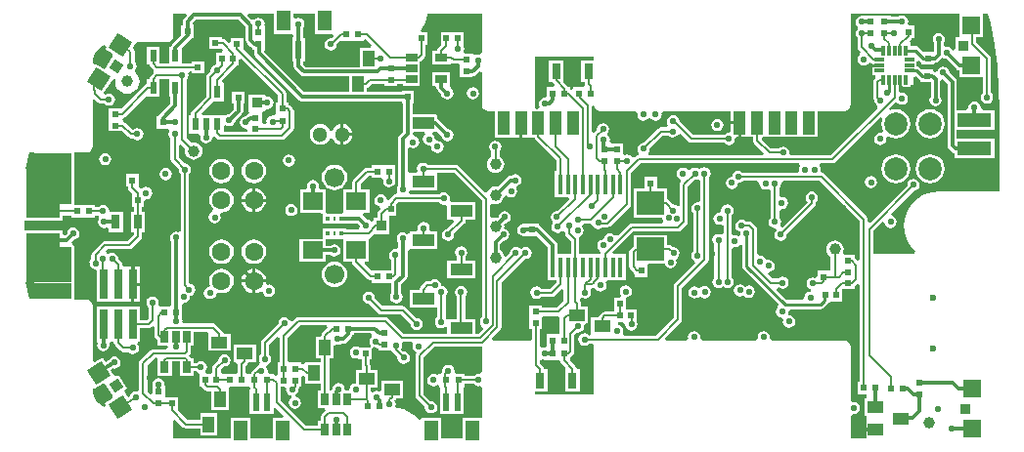
<source format=gtl>
G04*
G04 #@! TF.GenerationSoftware,Altium Limited,Altium Designer,18.0.9 (584)*
G04*
G04 Layer_Physical_Order=1*
G04 Layer_Color=255*
%FSLAX44Y44*%
%MOMM*%
G71*
G01*
G75*
%ADD11C,0.2000*%
%ADD14C,0.2500*%
%ADD16C,0.2540*%
%ADD20R,1.0190X2.0000*%
%ADD21R,2.4000X2.0000*%
%ADD22R,0.9000X0.9000*%
%ADD23R,0.6000X0.6000*%
%ADD24R,0.6000X0.6000*%
%ADD25R,0.9000X0.9000*%
%ADD26P,2.1213X4X282.3*%
%ADD27P,1.2728X4X282.3*%
%ADD28P,1.2728X4X347.7*%
%ADD29P,2.1213X4X347.7*%
%ADD30R,3.0000X1.2000*%
%ADD31R,1.7500X1.5000*%
%ADD32R,1.5000X1.5000*%
%ADD33R,0.4000X0.4000*%
%ADD34R,0.2000X0.4000*%
%ADD35R,0.7000X2.5500*%
%ADD37R,1.4000X1.0000*%
%ADD38R,0.5000X0.6000*%
%ADD39R,0.7000X1.3000*%
%ADD40R,0.6000X0.5000*%
%ADD41R,0.6000X1.1000*%
%ADD42R,0.3050X0.8130*%
%ADD43R,0.8130X0.3050*%
%ADD44R,0.7000X1.0000*%
%ADD45R,1.0000X0.7000*%
%ADD46R,0.4500X1.7500*%
%ADD47R,0.8000X1.4000*%
%ADD48C,1.0000*%
%ADD49R,1.0000X1.4000*%
%ADD50R,0.6000X1.5500*%
%ADD51R,1.2000X1.8000*%
%ADD92R,1.9100X0.9999*%
%ADD93C,0.3000*%
%ADD94R,4.0000X3.0500*%
%ADD95R,3.2000X1.4750*%
%ADD96R,3.2000X1.4250*%
%ADD97C,0.7000*%
%ADD98C,1.6002*%
%ADD99C,2.0000*%
%ADD100C,1.6992*%
%ADD101C,1.2996*%
%ADD102C,0.6000*%
%ADD103C,0.5500*%
G36*
X257300Y356550D02*
X272360D01*
X273188Y354550D01*
X271347Y352709D01*
X270764Y352825D01*
X268716Y352417D01*
X266979Y351257D01*
X265819Y349520D01*
X265411Y347472D01*
X265819Y345424D01*
X266979Y343687D01*
X268716Y342527D01*
X270764Y342119D01*
X272812Y342527D01*
X274549Y343687D01*
X275709Y345424D01*
X276095Y347364D01*
X277820Y349088D01*
X279174Y350380D01*
Y350380D01*
X279174Y350380D01*
X287174D01*
X289174Y350380D01*
X291174Y350380D01*
X299174D01*
Y351106D01*
X301174Y351935D01*
X306456Y346654D01*
X305690Y344806D01*
X296486D01*
Y327884D01*
X249129D01*
X246879Y330135D01*
Y332550D01*
X248300D01*
Y353050D01*
X246879D01*
Y361617D01*
X247769Y362950D01*
X248177Y364998D01*
X247769Y367046D01*
X246609Y368783D01*
X244872Y369943D01*
X242824Y370351D01*
X240776Y369943D01*
X240300Y369626D01*
X238300Y370695D01*
Y374392D01*
X257300D01*
Y356550D01*
D02*
G37*
G36*
X815000Y373930D02*
Y353930D01*
X813207Y353430D01*
X811500D01*
Y343313D01*
X809500Y341913D01*
X809130Y342048D01*
X807970Y343785D01*
X806233Y344945D01*
X804185Y345353D01*
X803263Y345169D01*
X801263Y346584D01*
Y348654D01*
X802130Y349951D01*
X802538Y352000D01*
X802130Y354048D01*
X800970Y355785D01*
X799233Y356945D01*
X797185Y357352D01*
X795136Y356945D01*
X793400Y355785D01*
X792239Y354048D01*
X791832Y352000D01*
X792239Y349951D01*
X793106Y348654D01*
Y342980D01*
X793102Y340982D01*
X783552D01*
X779514Y345020D01*
X778267Y345853D01*
X777467Y346012D01*
X775651Y346456D01*
Y346456D01*
X772823D01*
Y348867D01*
X772823D01*
X772061Y350708D01*
X773524Y352171D01*
X774007Y352894D01*
X776501D01*
Y363894D01*
X771729D01*
X770428Y365894D01*
X770659Y367056D01*
X770251Y369104D01*
X769091Y370841D01*
X767354Y372001D01*
X765306Y372409D01*
X763258Y372001D01*
X761960Y371134D01*
X755510D01*
Y372056D01*
X744510D01*
Y372056D01*
X743813Y372124D01*
Y372124D01*
X742539Y372124D01*
X732813D01*
X732813Y372124D01*
Y372124D01*
X730877Y372278D01*
X730500Y372353D01*
X728452Y371945D01*
X726715Y370785D01*
X725555Y369048D01*
X725147Y367000D01*
X725555Y364952D01*
X726715Y363215D01*
X726654Y360909D01*
X725493Y359172D01*
X725086Y357124D01*
X725493Y355075D01*
X726654Y353339D01*
X726870Y353194D01*
Y344972D01*
X727142Y343606D01*
X727915Y342448D01*
X729208Y341156D01*
X728912Y338624D01*
X728432Y338303D01*
X727271Y336566D01*
X726864Y334518D01*
X727271Y332469D01*
X728432Y330733D01*
X730168Y329572D01*
X732217Y329165D01*
X734265Y329572D01*
X736002Y330733D01*
X736322Y331213D01*
X737693Y331766D01*
X739277Y330763D01*
X739483Y330527D01*
Y328577D01*
X739483D01*
Y320527D01*
X741869D01*
X741869Y317655D01*
X741697Y317483D01*
X740923Y316326D01*
X740651Y314960D01*
Y301464D01*
X740923Y300099D01*
X741407Y299375D01*
X741332Y299000D01*
X741739Y296951D01*
X742900Y295215D01*
X743883Y294558D01*
X744376Y292222D01*
X703472Y251319D01*
X669393D01*
X667751Y253319D01*
X667787Y253500D01*
X667380Y255548D01*
X666220Y257285D01*
X664483Y258445D01*
X662435Y258853D01*
X660386Y258445D01*
X658650Y257285D01*
X658505Y257068D01*
X651964D01*
X644033Y265000D01*
X644861Y267000D01*
X692356D01*
Y289392D01*
X715250D01*
X717396Y289819D01*
X719216Y291035D01*
X720431Y292854D01*
X720858Y295000D01*
Y374392D01*
X813191D01*
X815000Y373930D01*
D02*
G37*
G36*
X401642Y339778D02*
X399642Y338598D01*
X398220Y338881D01*
X396172Y338473D01*
X395801Y338225D01*
X393801Y339010D01*
Y339010D01*
X386552D01*
X385483Y341010D01*
X385945Y341702D01*
X386353Y343750D01*
X386096Y345040D01*
X386000Y347000D01*
X386000Y347000D01*
X386000Y347000D01*
Y358000D01*
X378000D01*
X376000Y358000D01*
Y358000D01*
X376000D01*
Y358000D01*
X366000D01*
Y347000D01*
X366000Y347000D01*
X366000D01*
X364937Y345484D01*
X364031Y344578D01*
X363257Y343420D01*
X363017Y342212D01*
X359054D01*
Y330212D01*
X374054D01*
Y330212D01*
X376012Y330753D01*
X376054Y330745D01*
X377378Y330481D01*
X381525D01*
X382801Y329010D01*
Y319010D01*
X393801D01*
X393854Y319931D01*
X395414Y320242D01*
X396738Y321126D01*
X399642Y324031D01*
X401642Y323202D01*
Y295000D01*
X402069Y292854D01*
X403285Y291035D01*
X405104Y289819D01*
X407250Y289392D01*
X412964D01*
Y266392D01*
X427924D01*
Y266352D01*
X434289D01*
Y278892D01*
X436829D01*
Y266352D01*
X443194D01*
Y266392D01*
X447211D01*
X447262Y266134D01*
X448035Y264976D01*
X465982Y247029D01*
Y237378D01*
X464802D01*
Y214878D01*
X476204D01*
X476969Y213030D01*
X466853Y202914D01*
X466598Y202965D01*
X464550Y202557D01*
X462813Y201397D01*
X461653Y199660D01*
X461245Y197612D01*
X461653Y195564D01*
X462813Y193827D01*
X462596Y191567D01*
X462306Y191133D01*
X461899Y189084D01*
X462306Y187036D01*
X463466Y185299D01*
X465203Y184139D01*
X467252Y183732D01*
X469300Y184139D01*
X471036Y185299D01*
X473259Y185145D01*
X473931Y184635D01*
Y183500D01*
X474203Y182134D01*
X474977Y180977D01*
X478994Y176960D01*
Y165378D01*
X467131D01*
Y173218D01*
X467131Y173218D01*
X466820Y174778D01*
X465936Y176101D01*
X465936Y176101D01*
X452438Y189600D01*
X451115Y190484D01*
X450964Y190514D01*
Y192138D01*
X439964D01*
Y192138D01*
X437964Y191725D01*
X437642Y191789D01*
X435594Y191381D01*
X433857Y190221D01*
X432697Y188484D01*
X432289Y186436D01*
X432697Y184388D01*
X433857Y182651D01*
X435594Y181491D01*
X437642Y181083D01*
X437965Y181147D01*
X439964Y181138D01*
X439964Y181138D01*
X439964Y181138D01*
X449364D01*
X458974Y171528D01*
Y165378D01*
X458302D01*
Y142878D01*
X465873D01*
X465938Y140878D01*
X460708Y135648D01*
X452936D01*
X452792Y135865D01*
X451055Y137025D01*
X449007Y137432D01*
X446958Y137025D01*
X445222Y135865D01*
X444061Y134128D01*
X443654Y132080D01*
X444061Y130031D01*
X445222Y128295D01*
X446958Y127134D01*
X449007Y126727D01*
X451055Y127134D01*
X452792Y128295D01*
X452936Y128511D01*
X462186D01*
X463552Y128783D01*
X464710Y129556D01*
X470484Y135330D01*
X472484Y134502D01*
Y125056D01*
X466496Y119068D01*
X453935D01*
Y120500D01*
X442935D01*
Y112500D01*
X442935Y110500D01*
X442935D01*
Y110500D01*
X442935D01*
Y100500D01*
X444982D01*
Y91878D01*
X442982Y90422D01*
X442050Y90608D01*
X411325D01*
X410560Y92455D01*
X417495Y99391D01*
X418269Y100548D01*
X418541Y101914D01*
Y140559D01*
X439179Y161198D01*
X439435Y161147D01*
X441483Y161554D01*
X443220Y162715D01*
X444380Y164451D01*
X444788Y166500D01*
X444380Y168548D01*
X443220Y170285D01*
X441483Y171445D01*
X439435Y171852D01*
X437386Y171445D01*
X435650Y170285D01*
X433720Y170997D01*
X433048Y171445D01*
X431000Y171853D01*
X428952Y171445D01*
X427215Y170285D01*
X426055Y168548D01*
X425647Y166500D01*
X425698Y166245D01*
X422998Y163545D01*
X420886Y164261D01*
X420819Y164772D01*
X420063Y166596D01*
X418861Y168163D01*
X417513Y169197D01*
Y174001D01*
X420634Y177122D01*
X422164Y177427D01*
X423901Y178587D01*
X425061Y180324D01*
X425469Y182372D01*
X425061Y184420D01*
X423901Y186157D01*
X422164Y187317D01*
X420936Y187562D01*
X420819Y187780D01*
X421077Y189738D01*
X420868Y191326D01*
X421904Y192362D01*
X423434Y192667D01*
X425171Y193827D01*
X426331Y195564D01*
X426739Y197612D01*
X426331Y199660D01*
X425171Y201397D01*
X423434Y202557D01*
X421386Y202965D01*
X419338Y202557D01*
X417601Y201397D01*
X416441Y199660D01*
X416136Y198130D01*
X415100Y197094D01*
X413512Y197303D01*
X411554Y197045D01*
X410753Y196713D01*
X408753Y197926D01*
Y208474D01*
X410753Y209687D01*
X411554Y209355D01*
X413512Y209097D01*
X415470Y209355D01*
X417294Y210111D01*
X418861Y211313D01*
X420063Y212880D01*
X420819Y214704D01*
X420975Y215892D01*
X423056Y216377D01*
X423189Y216179D01*
X424926Y215019D01*
X426974Y214611D01*
X429022Y215019D01*
X430759Y216179D01*
X431919Y217916D01*
X432327Y219964D01*
X431919Y222012D01*
X431632Y222443D01*
X432552Y224665D01*
X432578Y224671D01*
X434315Y225831D01*
X435475Y227568D01*
X435883Y229616D01*
X435475Y231664D01*
X434315Y233401D01*
X432578Y234561D01*
X430530Y234969D01*
X428482Y234561D01*
X427184Y233694D01*
X426466D01*
X426466Y233694D01*
X424905Y233384D01*
X423582Y232500D01*
X415100Y224018D01*
X413512Y224227D01*
X411554Y223969D01*
X409730Y223213D01*
X408163Y222011D01*
X406961Y220444D01*
X406731Y219889D01*
X404371Y219419D01*
X381719Y242071D01*
X380562Y242845D01*
X379196Y243117D01*
X354652D01*
X354507Y243333D01*
X352771Y244493D01*
X350722Y244901D01*
X348674Y244493D01*
X346937Y243333D01*
X345777Y241596D01*
X345370Y239548D01*
X345747Y237652D01*
X345730Y237425D01*
X344607Y235651D01*
X338848D01*
X337328Y236810D01*
Y257130D01*
X339328Y258199D01*
X340090Y257691D01*
X342138Y257283D01*
X344186Y257691D01*
X345923Y258851D01*
X347083Y260588D01*
X347491Y262636D01*
X347083Y264684D01*
X345923Y266421D01*
X344186Y267581D01*
X343046Y267808D01*
X342779Y267929D01*
X342044Y270106D01*
X342720Y271453D01*
X352133D01*
X352740Y269452D01*
X352004Y268961D01*
X350843Y267224D01*
X350436Y265176D01*
X350843Y263127D01*
X352004Y261391D01*
X353740Y260230D01*
X355789Y259823D01*
X356067Y259878D01*
X357832Y258500D01*
X358239Y256451D01*
X359400Y254715D01*
X361136Y253554D01*
X363185Y253147D01*
X365233Y253554D01*
X366970Y254715D01*
X368130Y256451D01*
X368537Y258500D01*
X368130Y260548D01*
X366970Y262285D01*
X365233Y263445D01*
X363185Y263853D01*
X362906Y263797D01*
X361142Y265176D01*
X360734Y267224D01*
X359574Y268961D01*
X358838Y269452D01*
X359444Y271453D01*
X362948D01*
X362948Y271453D01*
Y271453D01*
X364426Y270328D01*
X366541Y268214D01*
X366845Y266683D01*
X368006Y264947D01*
X369742Y263786D01*
X371791Y263379D01*
X373839Y263786D01*
X375576Y264947D01*
X376736Y266683D01*
X377144Y268732D01*
X376736Y270780D01*
X375576Y272517D01*
X373839Y273677D01*
X372309Y273981D01*
X364454Y281836D01*
X363131Y282720D01*
X362948Y282756D01*
Y286451D01*
X341629D01*
Y296550D01*
X342550D01*
Y307550D01*
X332550D01*
Y306084D01*
X301986D01*
Y309860D01*
X302734Y310009D01*
X303891Y310783D01*
X306184Y313075D01*
X317269D01*
Y311644D01*
X328269D01*
Y313075D01*
X333054D01*
Y311212D01*
X348054D01*
Y320712D01*
Y332842D01*
X348422Y332915D01*
X349580Y333689D01*
X352136Y336245D01*
X352909Y337402D01*
X353181Y338768D01*
Y347078D01*
X354612D01*
Y358078D01*
X349797D01*
X348960Y359894D01*
X349344Y360344D01*
X351852Y364437D01*
X353689Y368873D01*
X354810Y373541D01*
X354877Y374392D01*
X401642D01*
Y339778D01*
D02*
G37*
G36*
X146212Y372544D02*
X144131Y370463D01*
X143246Y369140D01*
X142936Y367579D01*
X142936Y367579D01*
Y364250D01*
X141500D01*
Y355359D01*
X133303Y347161D01*
X132418Y345838D01*
X132390Y345694D01*
X130686D01*
Y331203D01*
X122686D01*
Y345694D01*
X111686D01*
Y329694D01*
X113785D01*
X113890Y329168D01*
X114663Y328011D01*
X117378Y325295D01*
X117566Y324623D01*
X117573Y323617D01*
X117381Y322827D01*
X114663Y320109D01*
X113890Y318951D01*
X113639Y317694D01*
X111686D01*
Y312887D01*
X111341Y312819D01*
X110184Y312045D01*
X91287Y293149D01*
X89800Y292050D01*
Y292050D01*
X89800Y292050D01*
X78801D01*
Y284050D01*
X78800Y282050D01*
X78801Y280050D01*
Y272050D01*
X89800D01*
X89800Y272050D01*
Y272050D01*
X91459Y271220D01*
X95703Y266976D01*
X96861Y266203D01*
X98227Y265931D01*
X99505D01*
X99650Y265715D01*
X101386Y264554D01*
X103435Y264147D01*
X105483Y264554D01*
X107220Y265715D01*
X108380Y267451D01*
X108787Y269500D01*
X108380Y271548D01*
X107220Y273285D01*
X105483Y274445D01*
X103435Y274853D01*
X101386Y274445D01*
X99650Y273285D01*
X99503Y273270D01*
X93200Y279573D01*
X92042Y280347D01*
X91191Y280516D01*
X90232Y282268D01*
X90984Y283630D01*
X91601Y283753D01*
X92758Y284527D01*
X110441Y302210D01*
X111686Y301694D01*
Y301694D01*
X122686D01*
Y316931D01*
X130686D01*
Y301694D01*
X132108D01*
Y295941D01*
X122917Y286749D01*
X122032Y285426D01*
X122007Y285300D01*
X120300D01*
Y274300D01*
X130238D01*
X131309Y272304D01*
X130805Y271548D01*
X130397Y269500D01*
X130805Y267452D01*
X131965Y265715D01*
X132181Y265570D01*
Y247684D01*
X132453Y246319D01*
X133227Y245161D01*
X139133Y239255D01*
X139082Y239000D01*
X139489Y236951D01*
X140650Y235215D01*
X140866Y235070D01*
Y185698D01*
X140157Y185319D01*
X138866Y184832D01*
X137095Y185184D01*
X135046Y184777D01*
X133310Y183617D01*
X132149Y181880D01*
X131742Y179832D01*
X132149Y177783D01*
X133016Y176486D01*
Y121996D01*
X132100Y120376D01*
X123115D01*
X122788Y120587D01*
X121587Y122163D01*
X121853Y123500D01*
X121445Y125548D01*
X120285Y127285D01*
X118548Y128445D01*
X116500Y128853D01*
X114452Y128445D01*
X112715Y127285D01*
X111555Y125548D01*
X111147Y123500D01*
X111555Y121452D01*
X112715Y119715D01*
X112931Y119570D01*
Y109978D01*
X111484Y108531D01*
X105398D01*
Y120212D01*
X94698D01*
X93398Y120212D01*
X91398Y120212D01*
X81998D01*
X80698Y120212D01*
X78698Y120212D01*
X67998D01*
Y89712D01*
X67998D01*
X68780Y87712D01*
X68561Y86614D01*
X68969Y84566D01*
X70129Y82829D01*
X71866Y81669D01*
X73914Y81261D01*
X75962Y81669D01*
X77699Y82829D01*
X78859Y84566D01*
X79267Y86614D01*
X79048Y87712D01*
X79998Y89712D01*
X82338Y89712D01*
X83130Y88920D01*
X83401Y87554D01*
X84175Y86397D01*
X89001Y81571D01*
X90159Y80797D01*
X91524Y80525D01*
X95469D01*
X95613Y80309D01*
X97350Y79149D01*
X99398Y78741D01*
X101447Y79149D01*
X103183Y80309D01*
X104344Y82046D01*
X104751Y84094D01*
X104344Y86142D01*
X103295Y87712D01*
X103488Y88530D01*
X104040Y89712D01*
X105398D01*
Y101393D01*
X112962D01*
X114328Y101665D01*
X115485Y102439D01*
X116250Y103203D01*
X118097Y102438D01*
Y95504D01*
X118369Y94138D01*
X119143Y92981D01*
X121092Y91031D01*
Y86040D01*
X129477D01*
X129980Y84975D01*
X128699Y83109D01*
X117225D01*
X115859Y82837D01*
X114702Y82063D01*
X105911Y73273D01*
X105138Y72115D01*
X104866Y70750D01*
Y48244D01*
X102866Y46717D01*
X102185Y46852D01*
X100136Y46445D01*
X98400Y45285D01*
X97239Y43548D01*
X97052Y42605D01*
X95283Y41658D01*
X92780Y45564D01*
X91970Y46827D01*
X93210Y48215D01*
X94647Y49136D01*
X87092Y60923D01*
X85654Y60002D01*
X83066Y60718D01*
X80486Y64742D01*
X82945Y66318D01*
X83550Y66197D01*
X85599Y66605D01*
X87335Y67765D01*
X88496Y69502D01*
X88903Y71550D01*
X88496Y73598D01*
X87335Y75335D01*
X85599Y76495D01*
X83550Y76903D01*
X81502Y76495D01*
X79765Y75335D01*
X78605Y73598D01*
X78520Y73170D01*
X76085Y71609D01*
X73082Y76293D01*
X66363Y71985D01*
X64608Y72945D01*
Y120750D01*
X64181Y122896D01*
X62965Y124715D01*
X61146Y125931D01*
X59000Y126357D01*
X49137D01*
X49069Y126440D01*
Y141190D01*
X49069Y141190D01*
Y171690D01*
X48875Y172666D01*
X48323Y173493D01*
X47496Y174045D01*
X47387Y174067D01*
X46662Y176082D01*
X46669Y176177D01*
X48702Y178210D01*
X50003Y178469D01*
X51739Y179629D01*
X52900Y181366D01*
X53307Y183414D01*
X52900Y185462D01*
X51739Y187199D01*
X50003Y188359D01*
X47954Y188767D01*
X45906Y188359D01*
X44169Y187199D01*
X43009Y185462D01*
X42659Y183702D01*
X41020Y182064D01*
X39020Y182481D01*
Y186190D01*
X5608D01*
Y194190D01*
X39020D01*
Y199181D01*
X46685D01*
Y197250D01*
X54685D01*
X56685Y197250D01*
X58685Y197250D01*
X66685D01*
Y199181D01*
X69821D01*
X69873Y199102D01*
X69969Y198925D01*
X70203Y196401D01*
X69665Y195596D01*
X69258Y193548D01*
X69665Y191499D01*
X70826Y189763D01*
X72562Y188602D01*
X74611Y188195D01*
X76659Y188602D01*
X76800Y188697D01*
X78801Y187628D01*
Y184550D01*
X90800D01*
Y202550D01*
X79267D01*
X79103Y202750D01*
X78695Y204798D01*
X77535Y206535D01*
X75798Y207695D01*
X73750Y208103D01*
X71702Y207695D01*
X69965Y206535D01*
X69820Y206318D01*
X66685D01*
Y208250D01*
X58685D01*
X56685Y208250D01*
X54685Y208250D01*
X49431D01*
X49069Y208690D01*
Y239190D01*
Y253440D01*
X49235Y253642D01*
X59000D01*
X61146Y254069D01*
X62965Y255285D01*
X64181Y257104D01*
X64608Y259250D01*
Y299209D01*
X66455Y299974D01*
X69438Y296991D01*
X70596Y296217D01*
X71962Y295946D01*
X74759D01*
X74904Y295729D01*
X76640Y294569D01*
X78689Y294161D01*
X80737Y294569D01*
X82474Y295729D01*
X83634Y297466D01*
X84041Y299514D01*
X83634Y301563D01*
X82474Y303299D01*
X80737Y304460D01*
X78689Y304867D01*
X76640Y304460D01*
X75874Y303948D01*
X74416Y305379D01*
X82303Y317684D01*
X84228Y316981D01*
X83999Y315240D01*
X84363Y312473D01*
X85431Y309894D01*
X87130Y307680D01*
X89345Y305981D01*
X91923Y304913D01*
X94690Y304548D01*
X97458Y304913D01*
X100036Y305981D01*
X102250Y307680D01*
X103949Y309894D01*
X105018Y312473D01*
X105382Y315240D01*
X105018Y318007D01*
X103949Y320586D01*
X102250Y322800D01*
X101037Y323731D01*
X101067Y324637D01*
X102227Y326374D01*
X102635Y328422D01*
X102227Y330470D01*
X101067Y332207D01*
X101017Y332240D01*
Y340735D01*
X100942Y341112D01*
X100935Y341497D01*
X100844Y341909D01*
X100287Y343185D01*
X99284Y344151D01*
X100291Y345746D01*
X102628Y349392D01*
X129000D01*
X131146Y349819D01*
X132965Y351035D01*
X134181Y352854D01*
X134608Y355000D01*
Y374392D01*
X145446D01*
X146212Y372544D01*
D02*
G37*
G36*
X76499Y345690D02*
X75113Y343528D01*
X81602Y339369D01*
X82032Y336717D01*
X75286Y326194D01*
X73507Y326740D01*
X67018Y330899D01*
X66561Y330186D01*
X64618Y330861D01*
X64907Y333798D01*
X66015Y337449D01*
X67814Y340815D01*
X70235Y343765D01*
X73185Y346186D01*
X75096Y347208D01*
X76499Y345690D01*
D02*
G37*
G36*
X197422Y362310D02*
Y351000D01*
X197422Y351000D01*
X197732Y349439D01*
X198616Y348116D01*
X201476Y345256D01*
X201476Y345256D01*
X202715Y344428D01*
Y343140D01*
X204390D01*
Y340031D01*
X204390Y340031D01*
X204701Y338471D01*
X205585Y337147D01*
X243610Y299122D01*
X244934Y298238D01*
X246494Y297927D01*
X332550D01*
Y296550D01*
X333472D01*
Y271844D01*
X330364Y268736D01*
X329480Y267413D01*
X329170Y265852D01*
X329172Y265842D01*
Y225346D01*
X328305Y224048D01*
X327897Y222000D01*
X328305Y219952D01*
X328649Y219437D01*
X327580Y217437D01*
X327406D01*
X326040Y217165D01*
X324883Y216391D01*
X321211Y212719D01*
X319041Y213378D01*
X318889Y214138D01*
X317729Y215875D01*
X315992Y217035D01*
X313944Y217443D01*
X311896Y217035D01*
X310159Y215875D01*
X308999Y214138D01*
X308591Y212090D01*
X308999Y210042D01*
X310159Y208305D01*
X311896Y207145D01*
X313292Y206867D01*
X314061Y205093D01*
X314079Y204826D01*
X312175Y202922D01*
X311402Y201764D01*
X311130Y200398D01*
Y196992D01*
X307643D01*
Y194353D01*
X305643Y193747D01*
X305283Y194285D01*
X303546Y195445D01*
X302016Y195750D01*
X298494Y199272D01*
X298547Y199839D01*
X299167Y201272D01*
X304198D01*
Y221272D01*
X296619D01*
Y226323D01*
X303728Y233431D01*
X306250D01*
Y231500D01*
X314542D01*
X316086Y229500D01*
X315957Y228854D01*
X316365Y226806D01*
X317525Y225069D01*
X319262Y223909D01*
X321310Y223501D01*
X323358Y223909D01*
X325095Y225069D01*
X326255Y226806D01*
X326663Y228854D01*
X326513Y229609D01*
X326250Y231500D01*
X326250Y231500D01*
X326250Y231500D01*
Y242500D01*
X318250D01*
X316250Y242500D01*
X314250Y242500D01*
X306250D01*
Y240569D01*
X302250D01*
X300884Y240297D01*
X299727Y239523D01*
X290527Y230324D01*
X289754Y229166D01*
X289482Y227801D01*
Y221272D01*
X281698D01*
Y202888D01*
X281698Y201272D01*
X279858Y200888D01*
X268539D01*
X266698Y201272D01*
X266698Y202888D01*
Y221272D01*
X261814D01*
X260543Y223272D01*
X260788Y224500D01*
X260380Y226548D01*
X259220Y228285D01*
X257483Y229445D01*
X255435Y229853D01*
X253386Y229445D01*
X251650Y228285D01*
X250489Y226548D01*
X250082Y224500D01*
X250326Y223272D01*
X249055Y221272D01*
X244198D01*
Y201272D01*
X261725D01*
X263566Y200888D01*
X263566Y199272D01*
Y191888D01*
X284566D01*
Y192444D01*
X293787D01*
X296248Y189982D01*
X296425Y189091D01*
X295240Y187091D01*
X284566D01*
Y187888D01*
X263566D01*
X263566Y178888D01*
X261614Y178772D01*
X243948D01*
Y158772D01*
X266448D01*
Y164694D01*
X270604D01*
X271901Y163827D01*
X273949Y163420D01*
X275998Y163827D01*
X277734Y164988D01*
X278895Y166724D01*
X279302Y168773D01*
X278895Y170821D01*
X277734Y172558D01*
X275998Y173718D01*
X273949Y174126D01*
X271901Y173718D01*
X270602Y172850D01*
X266448D01*
X266448Y178772D01*
X268400Y178888D01*
X279496D01*
X281448Y178772D01*
X281448Y176888D01*
Y158772D01*
X289195D01*
X289401Y157736D01*
X290175Y156579D01*
X303027Y143727D01*
X304185Y142953D01*
X305550Y142681D01*
X306250D01*
Y140750D01*
X314250D01*
X316250Y140750D01*
X318250Y140750D01*
X323516D01*
Y131616D01*
X322649Y130318D01*
X322242Y128270D01*
X322649Y126221D01*
X323810Y124485D01*
X325546Y123324D01*
X327595Y122917D01*
X329643Y123324D01*
X331380Y124485D01*
X332540Y126221D01*
X332948Y128270D01*
X332540Y130318D01*
X331673Y131616D01*
Y139215D01*
X336132Y143674D01*
X336132Y143674D01*
X337016Y144997D01*
X337326Y146558D01*
X337326Y146558D01*
Y168699D01*
X338848Y169853D01*
X339326Y169853D01*
X362948D01*
Y184851D01*
X357541D01*
X356290Y186852D01*
X356543Y188122D01*
X356135Y190170D01*
X354975Y191907D01*
X353238Y193067D01*
X351190Y193475D01*
X349142Y193067D01*
X347405Y191907D01*
X346245Y190170D01*
X345837Y188122D01*
X346090Y186852D01*
X344839Y184851D01*
X338848D01*
Y183738D01*
X337723Y183191D01*
X336848Y182978D01*
X335296Y184015D01*
X333248Y184423D01*
X331200Y184015D01*
X329463Y182855D01*
X328303Y181118D01*
X327895Y179070D01*
X328303Y177022D01*
X329170Y175724D01*
Y171695D01*
X327170Y170094D01*
X326644Y170199D01*
X324596Y169791D01*
X322859Y168631D01*
X321699Y166894D01*
X321291Y164846D01*
X321699Y162798D01*
X322859Y161061D01*
X323075Y160916D01*
Y151750D01*
X316250Y151750D01*
X314250Y151750D01*
X306250D01*
Y151750D01*
X305435Y151412D01*
X299923Y156924D01*
X300688Y158772D01*
X303948D01*
Y178021D01*
X303948Y178556D01*
X304415Y179497D01*
X304964Y180351D01*
X305933Y180999D01*
X307926Y182992D01*
X321643D01*
Y196992D01*
X321643D01*
X321696Y198970D01*
X327769D01*
Y209184D01*
X328884Y210299D01*
X364878D01*
X365023Y210083D01*
X366760Y208923D01*
X368808Y208515D01*
X369748Y208702D01*
X371749Y207296D01*
Y195252D01*
X376769D01*
X377534Y193405D01*
X371728Y187598D01*
X370316Y187317D01*
X368579Y186157D01*
X367419Y184420D01*
X367011Y182372D01*
X367419Y180324D01*
X368579Y178587D01*
X370316Y177427D01*
X372364Y177019D01*
X374412Y177427D01*
X376149Y178587D01*
X377309Y180324D01*
X377717Y182372D01*
X377531Y183307D01*
X386324Y192101D01*
X387097Y193258D01*
X387369Y194624D01*
Y195252D01*
X395848D01*
Y210252D01*
X374928D01*
X373839Y212251D01*
X374161Y213868D01*
X373753Y215916D01*
X372593Y217653D01*
X370856Y218813D01*
X368808Y219221D01*
X366760Y218813D01*
X365023Y217653D01*
X364878Y217437D01*
X339152D01*
X338239Y219154D01*
X339264Y220653D01*
X339912D01*
X362948D01*
Y235651D01*
X364813Y235979D01*
X377718D01*
X401616Y212081D01*
Y110929D01*
X401400Y110785D01*
X400239Y109048D01*
X399832Y107000D01*
X400239Y104951D01*
X401400Y103215D01*
X402204Y102677D01*
X402626Y100272D01*
X399076Y96721D01*
X395848D01*
Y108652D01*
X387253D01*
Y128570D01*
X387470Y128715D01*
X388630Y130451D01*
X389038Y132500D01*
X388630Y134548D01*
X387470Y136285D01*
X385733Y137445D01*
X383685Y137852D01*
X381636Y137445D01*
X379900Y136285D01*
X378739Y134548D01*
X378332Y132500D01*
X378739Y130451D01*
X379900Y128715D01*
X380116Y128570D01*
Y108652D01*
X373108D01*
X371637Y108764D01*
X370345Y110070D01*
X370319Y110111D01*
Y128820D01*
X370535Y128965D01*
X371695Y130702D01*
X372103Y132750D01*
X371695Y134798D01*
X370535Y136535D01*
X368798Y137695D01*
X366750Y138103D01*
X366353Y138500D01*
X365945Y140548D01*
X364785Y142285D01*
X363048Y143445D01*
X361000Y143853D01*
X358952Y143445D01*
X357215Y142285D01*
X357070Y142069D01*
X354750D01*
X353384Y141797D01*
X352227Y141023D01*
X348375Y137172D01*
X347602Y136014D01*
X347330Y134648D01*
Y134052D01*
X338848D01*
Y119052D01*
X362948D01*
X363181Y117149D01*
Y111014D01*
X362465Y110535D01*
X361305Y108798D01*
X360897Y106750D01*
X361305Y104702D01*
X362465Y102965D01*
X364202Y101805D01*
X366250Y101397D01*
X368298Y101805D01*
X369748Y102774D01*
X370890Y102448D01*
X371749Y101930D01*
Y96721D01*
X334030D01*
X320949Y109801D01*
X319792Y110575D01*
X318426Y110847D01*
X242528D01*
X241162Y110575D01*
X240005Y109801D01*
X237608Y107405D01*
X235386Y108011D01*
X234535Y109285D01*
X232798Y110445D01*
X230750Y110853D01*
X228702Y110445D01*
X226965Y109285D01*
X225805Y107548D01*
X225397Y105500D01*
X225448Y105245D01*
X211277Y91074D01*
X210504Y89916D01*
X210232Y88550D01*
Y78480D01*
X210015Y78335D01*
X208855Y76598D01*
X208448Y74550D01*
X208855Y72502D01*
X209436Y71633D01*
X208783Y69500D01*
X208697Y69412D01*
X207035Y68301D01*
X206716Y67824D01*
X206660Y67813D01*
X205503Y67039D01*
X202527Y64063D01*
X201753Y62906D01*
X201583Y62050D01*
X199550Y62050D01*
X198955Y62035D01*
X196955Y63748D01*
Y68223D01*
X199074Y70342D01*
X199847Y71500D01*
X199957Y72050D01*
X206050D01*
Y87050D01*
X187050D01*
Y72050D01*
X188524D01*
X189887Y70050D01*
X189817Y69701D01*
Y63427D01*
X188435Y62000D01*
X186435Y62000D01*
X178435D01*
Y62000D01*
X177503D01*
X175799Y63169D01*
X175680Y65224D01*
X178561Y68104D01*
X178816Y68053D01*
X180864Y68461D01*
X182601Y69621D01*
X183761Y71358D01*
X184169Y73406D01*
X183761Y75454D01*
X182601Y77191D01*
X180864Y78351D01*
X178816Y78759D01*
X176768Y78351D01*
X175031Y77191D01*
X173871Y75454D01*
X173463Y73406D01*
X173514Y73151D01*
X169411Y69048D01*
X168638Y67890D01*
X168366Y66525D01*
Y63372D01*
X166935Y62000D01*
X162964D01*
X162427Y63019D01*
X162174Y64000D01*
X163187Y65516D01*
X163595Y67564D01*
X163187Y69612D01*
X162027Y71349D01*
X160290Y72509D01*
X158242Y72917D01*
X156194Y72509D01*
X154457Y71349D01*
X154296Y71108D01*
X152092D01*
Y75040D01*
X149474D01*
X149389Y75466D01*
X148616Y76623D01*
X147655Y77584D01*
X148616Y78545D01*
X149389Y79703D01*
X149661Y81068D01*
Y86040D01*
X152092D01*
Y98181D01*
X164160D01*
X165050Y96550D01*
Y81550D01*
X184050D01*
Y96550D01*
X178099D01*
X177847Y97815D01*
X177074Y98973D01*
X171774Y104273D01*
X170616Y105047D01*
X169250Y105318D01*
X144042D01*
X142400Y107318D01*
X142440Y107517D01*
X142453Y107584D01*
X142100Y109376D01*
X142100Y109376D01*
Y120376D01*
X142100D01*
X142131Y121673D01*
X143435Y123147D01*
X145483Y123554D01*
X147220Y124715D01*
X148380Y126451D01*
X148787Y128500D01*
X148623Y129328D01*
X150363Y129675D01*
X152099Y130835D01*
X153260Y132572D01*
X153667Y134620D01*
X153260Y136668D01*
X152099Y138405D01*
X150363Y139565D01*
X148314Y139973D01*
X148003Y141919D01*
Y235070D01*
X148220Y235215D01*
X149380Y236951D01*
X149788Y239000D01*
X149380Y241048D01*
X148220Y242785D01*
X146483Y243945D01*
X144435Y244352D01*
X144179Y244302D01*
X139319Y249163D01*
Y259968D01*
X141319Y260797D01*
X144928Y257188D01*
X144839Y256974D01*
X144581Y255016D01*
X144839Y253058D01*
X145595Y251234D01*
X146797Y249667D01*
X148364Y248465D01*
X150188Y247709D01*
X152146Y247451D01*
X154104Y247709D01*
X155928Y248465D01*
X157495Y249667D01*
X158697Y251234D01*
X159453Y253058D01*
X159711Y255016D01*
X159453Y256974D01*
X158697Y258798D01*
X157495Y260365D01*
X155928Y261567D01*
X154104Y262323D01*
X152146Y262581D01*
X150188Y262323D01*
X149974Y262234D01*
X145819Y266390D01*
Y316614D01*
X145970Y316715D01*
X147130Y318451D01*
X147538Y320500D01*
X147226Y322065D01*
X148339Y324065D01*
X150391D01*
Y322660D01*
X161391D01*
Y332660D01*
X150391D01*
Y331203D01*
X141686D01*
Y344010D01*
X149898Y352221D01*
X149898Y352222D01*
X150585Y353250D01*
X152500D01*
Y364250D01*
X151962D01*
X151453Y366250D01*
X154124Y368922D01*
X190810D01*
X197422Y362310D01*
D02*
G37*
G36*
X498442Y333550D02*
X487550D01*
Y314550D01*
X490482D01*
Y313450D01*
X490661Y312550D01*
X489847Y311077D01*
X489373Y310550D01*
X481050D01*
Y309027D01*
X479050Y307993D01*
X478137Y308641D01*
Y310554D01*
X476384D01*
X475660Y311637D01*
X472550Y314746D01*
Y333550D01*
X459550D01*
Y314550D01*
X462943D01*
X463527Y313676D01*
X464802Y312402D01*
X464036Y310554D01*
X458137D01*
Y302540D01*
X456591Y301272D01*
X456185Y301353D01*
X454136Y300945D01*
X452400Y299785D01*
X451239Y298048D01*
X450832Y296000D01*
X451239Y293951D01*
X451613Y293392D01*
X450544Y291392D01*
X448476D01*
X447338Y293392D01*
X447658Y295000D01*
Y336392D01*
X498442D01*
Y333550D01*
D02*
G37*
G36*
X221300Y356550D02*
X237556D01*
X238422Y354600D01*
X237647Y353050D01*
X237300D01*
Y332550D01*
X238722D01*
Y328446D01*
X238722Y328446D01*
X239032Y326885D01*
X239917Y325562D01*
X244556Y320922D01*
X244556Y320922D01*
X245879Y320038D01*
X247440Y319728D01*
X247440Y319728D01*
X286986D01*
Y306084D01*
X248184D01*
X213128Y341140D01*
X213715Y343140D01*
X213715D01*
Y353140D01*
X213715D01*
Y353140D01*
X213715D01*
Y363140D01*
X213715Y363140D01*
X213715D01*
X213516Y365140D01*
X213538Y365250D01*
X213130Y367298D01*
X211970Y369035D01*
X210233Y370195D01*
X208185Y370602D01*
X206136Y370195D01*
X204400Y369035D01*
X202427Y368840D01*
X198723Y372544D01*
X199488Y374392D01*
X221300D01*
Y356550D01*
D02*
G37*
G36*
X841783Y365783D02*
X845261Y347020D01*
X847751Y328100D01*
X849249Y309076D01*
X849736Y290469D01*
X849643Y290000D01*
Y219608D01*
X796616D01*
X796478Y219580D01*
X791987Y219227D01*
X787472Y218143D01*
X783182Y216366D01*
X779222Y213940D01*
X775692Y210924D01*
X772676Y207393D01*
X770250Y203434D01*
X768473Y199144D01*
X767389Y194629D01*
X767025Y190000D01*
X767389Y185371D01*
X768473Y180856D01*
X770250Y176566D01*
X772676Y172607D01*
X775692Y169076D01*
X777021Y167940D01*
X776283Y165940D01*
X740423D01*
Y185691D01*
X748129Y193398D01*
X750220Y192660D01*
X750451Y191500D01*
X751611Y189763D01*
X753348Y188603D01*
X755396Y188195D01*
X757444Y188603D01*
X759181Y189763D01*
X760341Y191500D01*
X760749Y193548D01*
X760341Y195596D01*
X759181Y197333D01*
X757444Y198493D01*
X756284Y198724D01*
X755546Y200815D01*
X774929Y220198D01*
X775185Y220147D01*
X777233Y220554D01*
X778970Y221715D01*
X780130Y223451D01*
X780538Y225500D01*
X780130Y227548D01*
X778970Y229285D01*
X777233Y230445D01*
X775185Y230853D01*
X773136Y230445D01*
X771400Y229285D01*
X770239Y227548D01*
X769832Y225500D01*
X769883Y225244D01*
X737666Y193028D01*
X735819Y193793D01*
Y195612D01*
X735547Y196978D01*
X734773Y198135D01*
X697886Y235023D01*
X696728Y235797D01*
X696520Y235838D01*
X695307Y236457D01*
X695079Y238068D01*
X695217Y238760D01*
X694809Y240808D01*
X693892Y242181D01*
X694312Y243505D01*
X694778Y244181D01*
X704950D01*
X706316Y244453D01*
X707473Y245227D01*
X746822Y284576D01*
X748518Y283443D01*
X747822Y281763D01*
X747392Y278500D01*
X747822Y275237D01*
X748998Y272398D01*
X748643Y271680D01*
X747757Y270637D01*
X746492Y270889D01*
X744444Y270481D01*
X742707Y269321D01*
X741547Y267584D01*
X741140Y265536D01*
X741547Y263487D01*
X742707Y261751D01*
X744444Y260590D01*
X746492Y260183D01*
X748541Y260590D01*
X750277Y261751D01*
X751438Y263487D01*
X751845Y265536D01*
X751623Y266651D01*
X753438Y267779D01*
X753696Y267581D01*
X756737Y266322D01*
X760000Y265892D01*
X763263Y266322D01*
X766304Y267581D01*
X768915Y269585D01*
X770919Y272196D01*
X772179Y275237D01*
X772608Y278500D01*
X772179Y281763D01*
X770919Y284804D01*
X768915Y287415D01*
X766304Y289419D01*
X763263Y290678D01*
X760000Y291108D01*
X756737Y290678D01*
X755058Y289982D01*
X753925Y291678D01*
X759249Y297003D01*
X761240Y296807D01*
X761465Y296469D01*
X763202Y295309D01*
X765250Y294901D01*
X767299Y295309D01*
X769035Y296469D01*
X770196Y298206D01*
X770603Y300254D01*
X770196Y302302D01*
X769035Y304039D01*
X767299Y305199D01*
X765250Y305607D01*
X764367Y305431D01*
X762367Y306864D01*
Y308426D01*
X762823Y310237D01*
X764773D01*
Y310237D01*
X772823D01*
Y312674D01*
X775651D01*
X775651Y318673D01*
X777651Y319502D01*
X779820Y317332D01*
X779820Y317332D01*
X781067Y316499D01*
X781340Y316444D01*
Y314566D01*
X790356D01*
Y302346D01*
X789489Y301048D01*
X789082Y299000D01*
X789489Y296951D01*
X790650Y295215D01*
X792386Y294054D01*
X794435Y293647D01*
X796483Y294054D01*
X798220Y295215D01*
X799380Y296951D01*
X799788Y299000D01*
X799380Y301048D01*
X798513Y302346D01*
Y316028D01*
X800200Y317569D01*
X800492Y317621D01*
X800547Y317610D01*
X804672Y313485D01*
Y260000D01*
X804672Y260000D01*
X804982Y258439D01*
X805866Y257116D01*
X808816Y254166D01*
X810139Y253282D01*
X810550Y253200D01*
Y248550D01*
X845550D01*
Y265550D01*
X812828D01*
Y273550D01*
X845550D01*
Y290550D01*
X835032D01*
X833390Y292550D01*
X833403Y292615D01*
X832996Y294664D01*
X831835Y296400D01*
X830099Y297561D01*
X828050Y297968D01*
X826002Y297561D01*
X824265Y296400D01*
X823105Y294664D01*
X822698Y292615D01*
X822711Y292550D01*
X821069Y290550D01*
X812828D01*
Y315174D01*
X812518Y316735D01*
X811634Y318058D01*
X811634Y318058D01*
X806314Y323378D01*
X806010Y324908D01*
X804849Y326645D01*
X803113Y327805D01*
X801064Y328213D01*
X799016Y327805D01*
X797279Y326645D01*
X796119Y324908D01*
X796003Y324325D01*
X795761Y324091D01*
X794165Y323574D01*
X792340Y324644D01*
Y325566D01*
X782458D01*
X780757Y327268D01*
X779509Y328101D01*
X778113Y328379D01*
Y332936D01*
X779961Y333701D01*
X780898Y332764D01*
X780898Y332764D01*
X782102Y331959D01*
Y329982D01*
X793102D01*
X793917Y331404D01*
X795478Y331714D01*
X796801Y332598D01*
X800069Y335866D01*
X800069Y335866D01*
X801995Y335149D01*
X802136Y335054D01*
X803712Y334741D01*
X812407Y326046D01*
X812407Y326046D01*
X813730Y325162D01*
X815000Y324909D01*
Y318930D01*
X835000D01*
X835366Y317082D01*
Y305429D01*
X835150Y305285D01*
X833989Y303548D01*
X833582Y301500D01*
X833989Y299451D01*
X835150Y297715D01*
X836886Y296554D01*
X838935Y296147D01*
X840983Y296554D01*
X842720Y297715D01*
X843880Y299451D01*
X844287Y301500D01*
X843880Y303548D01*
X842720Y305285D01*
X842503Y305429D01*
Y335065D01*
X842232Y336431D01*
X841458Y337589D01*
X829568Y349478D01*
Y353930D01*
X835000D01*
Y373930D01*
X836808Y374392D01*
X839716D01*
X841783Y365783D01*
D02*
G37*
G36*
X498869Y292854D02*
X500085Y291035D01*
X501904Y289819D01*
X504050Y289392D01*
X534896D01*
X536325Y287392D01*
X536147Y286500D01*
X536555Y284452D01*
X537715Y282715D01*
X539452Y281555D01*
X541500Y281147D01*
X543548Y281555D01*
X545285Y282715D01*
X545515Y283058D01*
X547920D01*
X548150Y282715D01*
X549886Y281554D01*
X551935Y281147D01*
X553983Y281554D01*
X555720Y282715D01*
X556880Y284451D01*
X557287Y286500D01*
X557110Y287392D01*
X558538Y289392D01*
X617126D01*
Y280770D01*
X624761D01*
Y279500D01*
X626031D01*
Y266960D01*
X632396D01*
Y267000D01*
X636192D01*
Y264225D01*
X636464Y262860D01*
X637237Y261702D01*
X645773Y253166D01*
X645008Y251319D01*
X555067D01*
X555065Y251318D01*
X550304D01*
X550303Y251319D01*
X546547D01*
X546027Y252183D01*
X545705Y253319D01*
X546676Y254772D01*
X547083Y256820D01*
X547033Y257075D01*
X558388Y268431D01*
X563005D01*
X563150Y268215D01*
X564886Y267054D01*
X566935Y266647D01*
X568983Y267054D01*
X570720Y268215D01*
X571371Y269189D01*
X573710Y269678D01*
X580455Y262933D01*
X581613Y262159D01*
X582978Y261887D01*
X611461D01*
X611605Y261671D01*
X613342Y260511D01*
X615390Y260103D01*
X617439Y260511D01*
X619175Y261671D01*
X620336Y263408D01*
X620743Y265456D01*
X621978Y266960D01*
X623491D01*
Y278230D01*
X617126D01*
Y272040D01*
X615580Y270771D01*
X615390Y270809D01*
X613342Y270401D01*
X611605Y269241D01*
X611461Y269025D01*
X584457D01*
X572571Y280910D01*
X572195Y282798D01*
X571035Y284535D01*
X569298Y285695D01*
X567250Y286103D01*
X565202Y285695D01*
X563465Y284535D01*
X562305Y282798D01*
X561897Y280750D01*
X562305Y278702D01*
X563084Y277536D01*
X562277Y275678D01*
X562176Y275568D01*
X556910D01*
X555545Y275297D01*
X554387Y274523D01*
X541986Y262122D01*
X541730Y262173D01*
X539682Y261765D01*
X537945Y260605D01*
X536785Y258868D01*
X536378Y256820D01*
X536785Y254772D01*
X537756Y253319D01*
X537495Y252189D01*
X537002Y251260D01*
X535929Y251047D01*
X534771Y250273D01*
X533933Y249435D01*
X531388Y249718D01*
X531089Y250165D01*
X529352Y251325D01*
X527304Y251733D01*
X525914Y251456D01*
X524261Y252444D01*
X523914Y252834D01*
Y261380D01*
X513760D01*
X513319Y261727D01*
X512422Y262931D01*
X512316Y263286D01*
X512591Y264668D01*
X512183Y266716D01*
X511023Y268453D01*
X510261Y268962D01*
Y270027D01*
X511421Y271764D01*
X511829Y273812D01*
X511421Y275860D01*
X510261Y277597D01*
X508524Y278757D01*
X506476Y279165D01*
X504428Y278757D01*
X502691Y277597D01*
X501531Y275860D01*
X501123Y273812D01*
X501188Y273485D01*
X498619Y270916D01*
X498224Y270942D01*
X496619Y271568D01*
Y293915D01*
X498619Y294112D01*
X498869Y292854D01*
D02*
G37*
G36*
X676220Y244101D02*
X677030Y242181D01*
X676283Y241062D01*
X675875Y239014D01*
X676063Y238068D01*
X674660Y236068D01*
X627614D01*
X627470Y236285D01*
X625733Y237445D01*
X623685Y237852D01*
X621636Y237445D01*
X619900Y236285D01*
X618739Y234548D01*
X618346Y232570D01*
X618185Y232603D01*
X616136Y232195D01*
X614400Y231035D01*
X613239Y229298D01*
X612832Y227250D01*
X613239Y225201D01*
X614400Y223465D01*
X616136Y222304D01*
X618185Y221897D01*
X620233Y222304D01*
X621970Y223465D01*
X623130Y225201D01*
X623523Y227179D01*
X623685Y227147D01*
X625733Y227554D01*
X627470Y228715D01*
X627614Y228931D01*
X640227D01*
X641868Y226931D01*
X641832Y226750D01*
X642239Y224701D01*
X643400Y222965D01*
X645136Y221804D01*
X647185Y221397D01*
X649233Y221804D01*
X649661Y222090D01*
X649952Y222182D01*
X651866Y221158D01*
Y197554D01*
X651535Y197333D01*
X650375Y195596D01*
X649967Y193548D01*
X650375Y191500D01*
X651535Y189763D01*
X653272Y188603D01*
X655320Y188195D01*
X655895Y188310D01*
X656675Y186426D01*
X656465Y186285D01*
X655305Y184548D01*
X654897Y182500D01*
X655305Y180452D01*
X656465Y178715D01*
X658202Y177555D01*
X660250Y177147D01*
X662298Y177555D01*
X664035Y178715D01*
X665195Y180452D01*
X665603Y182500D01*
X665552Y182755D01*
X689773Y206977D01*
X690547Y208134D01*
X690819Y209500D01*
Y210820D01*
X691035Y210965D01*
X692195Y212702D01*
X692603Y214750D01*
X692195Y216798D01*
X691035Y218535D01*
X689298Y219695D01*
X687250Y220103D01*
X685202Y219695D01*
X683465Y218535D01*
X682305Y216798D01*
X681897Y214750D01*
X682305Y212702D01*
X683465Y210965D01*
X683483Y210780D01*
X661430Y188727D01*
X660888Y188832D01*
X659964Y191048D01*
X660265Y191500D01*
X660673Y193548D01*
X660265Y195596D01*
X659105Y197333D01*
X659003Y197401D01*
Y203055D01*
X661003Y204696D01*
X661250Y204647D01*
X663298Y205055D01*
X665035Y206215D01*
X666195Y207952D01*
X666603Y210000D01*
X666195Y212048D01*
X665035Y213785D01*
X663298Y214945D01*
X661250Y215353D01*
X661003Y215304D01*
X659003Y216945D01*
Y222570D01*
X659220Y222715D01*
X660380Y224451D01*
X660788Y226500D01*
X660702Y226931D01*
X662343Y228931D01*
X693884D01*
X728681Y194134D01*
Y160828D01*
X726681Y159999D01*
X724531Y162149D01*
X724234Y162348D01*
Y164626D01*
X715309D01*
X714910Y164985D01*
X714091Y166626D01*
X714574Y167792D01*
X714831Y169750D01*
X714574Y171708D01*
X713818Y173532D01*
X712616Y175099D01*
X711049Y176301D01*
X709225Y177057D01*
X707267Y177315D01*
X705309Y177057D01*
X703484Y176301D01*
X701918Y175099D01*
X700715Y173532D01*
X699960Y171708D01*
X699702Y169750D01*
X699960Y167792D01*
X700715Y165968D01*
X701918Y164401D01*
X703484Y163199D01*
X703698Y163110D01*
Y152782D01*
X703050Y151050D01*
X692050D01*
Y146013D01*
X690051Y144944D01*
X690048Y144945D01*
X688000Y145353D01*
X685952Y144945D01*
X684215Y143785D01*
X683055Y142048D01*
X682647Y140000D01*
X683055Y137952D01*
X684215Y136215D01*
X685952Y135055D01*
X686146Y135016D01*
X686000Y133103D01*
X683952Y132695D01*
X682215Y131535D01*
X681055Y129798D01*
X680647Y127750D01*
X680682Y127574D01*
X679041Y125574D01*
X665560D01*
X656677Y134457D01*
X656675Y134483D01*
X657403Y136560D01*
X658447Y136725D01*
X659876Y135771D01*
X661924Y135363D01*
X663972Y135771D01*
X665709Y136931D01*
X666869Y138668D01*
X667277Y140716D01*
X666869Y142764D01*
X665709Y144501D01*
X663972Y145661D01*
X661924Y146069D01*
X659876Y145661D01*
X658139Y144501D01*
X657994Y144285D01*
X653012D01*
X649361Y147936D01*
X649537Y148825D01*
X650149Y149977D01*
X651798Y150305D01*
X653535Y151465D01*
X654695Y153202D01*
X655103Y155250D01*
X654695Y157298D01*
X653535Y159035D01*
X651798Y160195D01*
X649750Y160603D01*
X649448Y160543D01*
X647445Y161049D01*
X646285Y162785D01*
X644548Y163945D01*
X642500Y164353D01*
X642169Y164287D01*
X640169Y165928D01*
Y186904D01*
X639897Y188269D01*
X639124Y189427D01*
X635778Y192773D01*
X634620Y193547D01*
X633254Y193818D01*
X630294D01*
X630149Y194035D01*
X628412Y195195D01*
X626364Y195603D01*
X624316Y195195D01*
X622579Y194035D01*
X621419Y192298D01*
X621011Y190250D01*
X621419Y188202D01*
X622579Y186465D01*
X624316Y185305D01*
X625536Y185062D01*
X625313Y183941D01*
X625604Y182476D01*
X624039Y181178D01*
X623983Y181154D01*
X622798Y181945D01*
X620750Y182353D01*
X619819Y182168D01*
X617819Y183578D01*
Y199320D01*
X618035Y199465D01*
X619195Y201202D01*
X619603Y203250D01*
X619195Y205298D01*
X618035Y207035D01*
X616298Y208195D01*
X614250Y208603D01*
X612202Y208195D01*
X610465Y207035D01*
X609305Y205298D01*
X608897Y203250D01*
X607250Y201603D01*
X605202Y201195D01*
X603465Y200035D01*
X602305Y198298D01*
X601897Y196250D01*
X602305Y194202D01*
X603465Y192465D01*
X605202Y191305D01*
X607250Y190897D01*
X608681Y191182D01*
X610681Y190007D01*
Y183675D01*
X608681Y182607D01*
X608548Y182695D01*
X606500Y183103D01*
X604452Y182695D01*
X602715Y181535D01*
X601555Y179798D01*
X601147Y177750D01*
X601555Y175702D01*
X602715Y173965D01*
X602931Y173820D01*
Y145180D01*
X602715Y145035D01*
X601555Y143298D01*
X601147Y141250D01*
X601555Y139202D01*
X602715Y137465D01*
X604452Y136305D01*
X606500Y135897D01*
X608548Y136305D01*
X610285Y137465D01*
X612119Y136610D01*
X612202Y136555D01*
X614250Y136147D01*
X616298Y136555D01*
X618035Y137715D01*
X619195Y139452D01*
X619603Y141500D01*
X619195Y143548D01*
X618035Y145285D01*
X617819Y145430D01*
Y170422D01*
X619819Y171832D01*
X620750Y171647D01*
X622798Y172055D01*
X624535Y173215D01*
X624822Y173644D01*
X626822Y173037D01*
Y155033D01*
X626822Y155032D01*
X627114Y153561D01*
X627948Y152314D01*
X658053Y122209D01*
X657799Y119635D01*
X657650Y119535D01*
X656489Y117798D01*
X656082Y115750D01*
X656489Y113701D01*
X657650Y111965D01*
X659386Y110804D01*
X660995Y110484D01*
X661683Y109938D01*
X662431Y108556D01*
X662159Y107188D01*
X662567Y105140D01*
X663727Y103403D01*
X665464Y102243D01*
X667512Y101835D01*
X669560Y102243D01*
X671297Y103403D01*
X672457Y105140D01*
X672865Y107188D01*
X672457Y109236D01*
X671297Y110973D01*
X669560Y112133D01*
X667952Y112453D01*
X667264Y113000D01*
X666515Y114382D01*
X666787Y115750D01*
X666760Y115886D01*
X668402Y117886D01*
X695230D01*
X695230Y117886D01*
X696701Y118179D01*
X697948Y119012D01*
X701198Y122262D01*
X701198Y122262D01*
X702031Y123509D01*
X702068Y123692D01*
X703702Y124574D01*
X705702Y124574D01*
X713702D01*
Y135328D01*
X724268D01*
Y137473D01*
X724765Y137805D01*
X726681Y139721D01*
X728681Y138892D01*
Y55250D01*
X727250D01*
Y44250D01*
X734250D01*
Y40114D01*
X732786D01*
Y25114D01*
X734250D01*
Y5607D01*
X720858D01*
Y25584D01*
X722858Y27062D01*
X723646Y26905D01*
X725694Y27313D01*
X727431Y28473D01*
X728591Y30210D01*
X728999Y32258D01*
X728591Y34306D01*
X727431Y36043D01*
X725694Y37203D01*
X723646Y37611D01*
X722858Y37454D01*
X720858Y38932D01*
Y85000D01*
X720431Y87146D01*
X719216Y88965D01*
X717396Y90181D01*
X715250Y90608D01*
X652290D01*
X650849Y92607D01*
X651021Y93472D01*
X650613Y95520D01*
X649453Y97257D01*
X647716Y98417D01*
X645668Y98825D01*
X643620Y98417D01*
X641883Y97257D01*
X640723Y95520D01*
X640315Y93472D01*
X640487Y92607D01*
X639046Y90608D01*
X592092D01*
X590651Y92607D01*
X590823Y93472D01*
X590415Y95520D01*
X589255Y97257D01*
X587518Y98417D01*
X585470Y98825D01*
X583422Y98417D01*
X581685Y97257D01*
X580525Y95520D01*
X580117Y93472D01*
X580289Y92607D01*
X578848Y90608D01*
X560736D01*
X559971Y92455D01*
X573958Y106442D01*
X574732Y107600D01*
X575003Y108966D01*
Y136207D01*
X596958Y158161D01*
X597732Y159319D01*
X598003Y160685D01*
Y231570D01*
X598220Y231715D01*
X599380Y233451D01*
X599787Y235500D01*
X599380Y237548D01*
X598220Y239285D01*
X596483Y240445D01*
X594435Y240853D01*
X592386Y240445D01*
X591772Y240035D01*
X590035Y239035D01*
X588298Y240195D01*
X586250Y240603D01*
X584202Y240195D01*
X582465Y239035D01*
X582203Y238642D01*
X579797D01*
X579535Y239035D01*
X577798Y240195D01*
X575750Y240603D01*
X573702Y240195D01*
X571965Y239035D01*
X570805Y237298D01*
X570397Y235250D01*
X570805Y233202D01*
X571965Y231465D01*
X573539Y230414D01*
X573736Y230133D01*
X574133Y228180D01*
X574005Y228051D01*
X573231Y226894D01*
X572959Y225528D01*
Y207974D01*
X571961Y207440D01*
X570959Y207179D01*
X569451Y208186D01*
X567403Y208594D01*
X567147Y208543D01*
X563518Y212172D01*
X562361Y212945D01*
X561898Y213037D01*
Y222148D01*
X553202D01*
Y232576D01*
X542202D01*
Y222148D01*
X532898D01*
Y197148D01*
X557606D01*
X557925Y196760D01*
X558332Y194711D01*
X558783Y194036D01*
X557714Y192036D01*
X531099D01*
X529734Y191765D01*
X528576Y190991D01*
X519213Y181628D01*
X516638Y181881D01*
X516535Y182035D01*
X514798Y183195D01*
X512750Y183603D01*
X510702Y183195D01*
X508965Y182035D01*
X507805Y180298D01*
X507781Y180180D01*
X507773Y180146D01*
X506750Y178353D01*
X504702Y177945D01*
X502965Y176785D01*
X501805Y175048D01*
X501397Y173000D01*
X501805Y170952D01*
X502965Y169215D01*
X503568Y168812D01*
X503946Y166321D01*
X503189Y165378D01*
X486131D01*
Y178438D01*
X486036Y178914D01*
X486549Y181055D01*
X488285Y182215D01*
X489445Y183952D01*
X489853Y186000D01*
X489445Y188048D01*
X488285Y189785D01*
Y190068D01*
X489737Y191931D01*
X495750D01*
X497467Y190483D01*
X498627Y188747D01*
X500364Y187587D01*
X502412Y187179D01*
X504460Y187587D01*
X506197Y188747D01*
X506233Y188801D01*
X510382D01*
X511747Y189073D01*
X512905Y189847D01*
X529458Y206400D01*
X530232Y207557D01*
X530503Y208923D01*
Y235912D01*
X538773Y244181D01*
X550302D01*
X550303Y244181D01*
X555066D01*
X555068Y244181D01*
X660051D01*
X660053Y244181D01*
X664816D01*
X664818Y244181D01*
X676144D01*
X676220Y244101D01*
D02*
G37*
G36*
X14520Y239065D02*
X6520D01*
X9688Y253440D01*
X14520D01*
Y239065D01*
D02*
G37*
G36*
X590866Y229615D02*
Y212038D01*
X588866Y210480D01*
X588250Y210603D01*
X586202Y210195D01*
X584465Y209035D01*
X583305Y207298D01*
X582897Y205250D01*
X583305Y203202D01*
X584465Y201465D01*
X584681Y201320D01*
Y168430D01*
X584465Y168285D01*
X583305Y166548D01*
X582897Y164500D01*
X583305Y162452D01*
X584465Y160715D01*
X585739Y159864D01*
X586345Y157642D01*
X568911Y140208D01*
X568138Y139050D01*
X567866Y137685D01*
Y110444D01*
X552491Y95068D01*
X524486D01*
X523416Y97068D01*
X523548Y97265D01*
X523955Y99314D01*
X523548Y101362D01*
X522388Y103099D01*
X520651Y104259D01*
X519329Y104522D01*
X519526Y106522D01*
X524030D01*
X525696Y104648D01*
X525721Y104522D01*
X526103Y102599D01*
X527264Y100863D01*
X529000Y99702D01*
X531049Y99295D01*
X533097Y99702D01*
X534834Y100863D01*
X535994Y102599D01*
X536401Y104648D01*
X535994Y106696D01*
X535948Y106764D01*
Y117522D01*
X525948Y117522D01*
X525948Y119522D01*
Y125792D01*
X526288Y127743D01*
X528336Y128151D01*
X530073Y129311D01*
X531233Y131048D01*
X531641Y133096D01*
X531233Y135144D01*
X530073Y136881D01*
X528336Y138041D01*
X526288Y138449D01*
X524240Y138041D01*
X522503Y136881D01*
X521343Y135144D01*
X520935Y133096D01*
X521343Y131048D01*
X522195Y129772D01*
X521627Y128181D01*
X521309Y127772D01*
X515948D01*
Y115590D01*
X507948D01*
X506583Y115319D01*
X505425Y114545D01*
X503277Y112397D01*
X502504Y111240D01*
X502416Y110800D01*
X496301D01*
Y95800D01*
X494604Y95068D01*
X494364D01*
X494259Y95225D01*
X492522Y96385D01*
X490474Y96793D01*
X488426Y96385D01*
X486689Y95225D01*
X485529Y93488D01*
X485121Y91440D01*
X485529Y89392D01*
X486689Y87655D01*
X488426Y86495D01*
X490474Y86087D01*
X492522Y86495D01*
X494259Y87655D01*
X494444Y87931D01*
X497172D01*
X498628Y85931D01*
X498442Y85000D01*
Y43608D01*
X447658D01*
Y46550D01*
X458550D01*
Y65550D01*
X455619D01*
Y65856D01*
X455347Y67221D01*
X454574Y68379D01*
X452119Y70834D01*
Y73088D01*
X454119Y74205D01*
X455676Y73895D01*
X457150Y74188D01*
X457685Y73750D01*
Y73750D01*
X467685D01*
X469233Y72660D01*
X469388Y71884D01*
X470161Y70726D01*
X474074Y66814D01*
X473550Y65550D01*
X473550D01*
Y46550D01*
X486550D01*
Y65550D01*
X483619D01*
Y65884D01*
X483347Y67250D01*
X482574Y68407D01*
X478745Y72236D01*
X477685Y73750D01*
X477685D01*
X477685Y73750D01*
Y75998D01*
X478775Y76726D01*
X480708Y78659D01*
X481482Y79817D01*
X481753Y81183D01*
Y95214D01*
X484152Y97613D01*
X484632Y97517D01*
X486680Y97925D01*
X488417Y99085D01*
X489577Y100822D01*
X489985Y102870D01*
X489899Y103300D01*
X491541Y105300D01*
X493300D01*
Y120300D01*
X487369D01*
Y122634D01*
X487097Y124000D01*
X486434Y124993D01*
X486630Y126793D01*
X486630Y126793D01*
X488468Y127656D01*
X488868Y127388D01*
X490917Y126981D01*
X492965Y127388D01*
X494702Y128549D01*
X495862Y130285D01*
X496269Y132334D01*
X495962Y133877D01*
X497085Y135877D01*
X497131D01*
X498496Y136149D01*
X498702Y136286D01*
X499305Y136452D01*
X500465Y134715D01*
X502202Y133555D01*
X504250Y133147D01*
X506298Y133555D01*
X508035Y134715D01*
X509195Y136452D01*
X509603Y138500D01*
X509195Y140548D01*
X508975Y140878D01*
X510044Y142878D01*
X526302D01*
Y165378D01*
X515670D01*
X514904Y167226D01*
X532578Y184899D01*
X571534D01*
X572900Y185171D01*
X574058Y185944D01*
X579051Y190938D01*
X579825Y192096D01*
X580096Y193461D01*
Y224050D01*
X585995Y229948D01*
X586250Y229897D01*
X588298Y230305D01*
X588866Y230684D01*
X590866Y229615D01*
D02*
G37*
G36*
X14520Y126440D02*
X9770D01*
X6520Y141190D01*
X14520D01*
Y126440D01*
D02*
G37*
G36*
X305961Y96121D02*
X305965Y93785D01*
X304805Y92048D01*
X304397Y90000D01*
X304805Y87952D01*
X305775Y86500D01*
X305451Y85362D01*
X304932Y84500D01*
X295718D01*
X294656Y85209D01*
X292608Y85617D01*
X290560Y85209D01*
X288823Y84049D01*
X287663Y82312D01*
X287255Y80264D01*
X287663Y78216D01*
X288823Y76479D01*
X290560Y75319D01*
X292608Y74911D01*
X293435Y75076D01*
X295435Y74500D01*
Y74500D01*
X297366Y74334D01*
Y69000D01*
X297638Y67634D01*
X298028Y67050D01*
X297443Y65050D01*
X292300D01*
Y53457D01*
X290442Y53088D01*
X288705Y51927D01*
X287545Y50191D01*
X287138Y48142D01*
X286110Y46890D01*
X284030D01*
X282889Y48280D01*
X282482Y50328D01*
X281321Y52065D01*
X279585Y53225D01*
X277536Y53633D01*
X275488Y53225D01*
X273751Y52065D01*
X272591Y50328D01*
X272250Y48615D01*
X271660Y47733D01*
X271493Y46890D01*
X269497D01*
Y74848D01*
X273352D01*
Y85871D01*
X275352Y86969D01*
X276948Y86651D01*
X278997Y87059D01*
X280294Y87926D01*
X281488D01*
X281488Y87926D01*
X283049Y88236D01*
X284372Y89120D01*
X288548Y93296D01*
X288548Y93297D01*
X289432Y94620D01*
X289579Y95358D01*
X290664D01*
Y96780D01*
X305450D01*
X305961Y96121D01*
D02*
G37*
G36*
X468584Y110977D02*
X469130Y110122D01*
X469116Y110050D01*
Y97622D01*
X467685Y96250D01*
X457685D01*
Y86240D01*
X455978Y84541D01*
X455676Y84601D01*
X454119Y84291D01*
X452119Y85407D01*
Y100500D01*
X453935D01*
Y110500D01*
X455307Y111931D01*
X467510D01*
X468584Y110977D01*
D02*
G37*
G36*
X342013Y87584D02*
X341989Y87548D01*
X341582Y85500D01*
X341989Y83451D01*
X343150Y81715D01*
X343708Y81342D01*
X344821Y80332D01*
X344388Y78865D01*
X344116Y77500D01*
Y42750D01*
X344388Y41384D01*
X345161Y40226D01*
X352383Y33005D01*
X352332Y32750D01*
X352739Y30701D01*
X353900Y28965D01*
X355636Y27804D01*
X357685Y27397D01*
X359733Y27804D01*
X361470Y28965D01*
X362630Y30701D01*
X363038Y32750D01*
X362630Y34798D01*
X361470Y36535D01*
X359733Y37695D01*
X357685Y38103D01*
X357429Y38052D01*
X351253Y44228D01*
Y76021D01*
X360816Y85584D01*
X401163D01*
X401642Y85000D01*
Y63012D01*
X399642Y61569D01*
X398780Y61741D01*
X396732Y61333D01*
X394995Y60173D01*
X394850Y59957D01*
X386690D01*
Y61700D01*
X379442D01*
X377859Y63700D01*
X377971Y64262D01*
X377563Y66310D01*
X376403Y68047D01*
X374666Y69207D01*
X372618Y69615D01*
X370570Y69207D01*
X368833Y68047D01*
X367673Y66310D01*
X367265Y64262D01*
X367295Y64111D01*
X366781Y63342D01*
X366509Y61976D01*
Y61700D01*
X364690D01*
Y61642D01*
X362690Y60680D01*
X361712Y61333D01*
X359664Y61741D01*
X357616Y61333D01*
X355879Y60173D01*
X354719Y58436D01*
X354311Y56388D01*
X354719Y54340D01*
X355879Y52603D01*
X357616Y51443D01*
X359664Y51035D01*
X361712Y51443D01*
X362690Y52096D01*
X364690Y51134D01*
Y50700D01*
X364765D01*
X365840Y48737D01*
X365140Y47760D01*
X365140Y47760D01*
X365140Y47760D01*
Y27260D01*
X386140D01*
Y47760D01*
X386140D01*
X385753Y49658D01*
X386296Y50700D01*
X386690D01*
Y52819D01*
X394850D01*
X394995Y52603D01*
X396732Y51443D01*
X398780Y51035D01*
X399642Y51207D01*
X401642Y49764D01*
Y23760D01*
X385140D01*
Y5607D01*
X366140D01*
Y23760D01*
X349140D01*
Y22783D01*
X347264Y22091D01*
X346226Y23306D01*
X342575Y26424D01*
X338482Y28932D01*
X334047Y30770D01*
X329379Y31890D01*
X328137Y31988D01*
X326929Y34089D01*
X327171Y35306D01*
X326763Y37354D01*
X325997Y38502D01*
X326324Y38829D01*
X327097Y39987D01*
X327209Y40550D01*
X333300D01*
Y55550D01*
X314300D01*
Y47650D01*
X312300Y46666D01*
X310577Y47009D01*
X308528Y46601D01*
X307369Y45827D01*
X305523Y46575D01*
X305369Y46712D01*
Y50050D01*
X311300D01*
Y65050D01*
X305369D01*
Y68134D01*
X305097Y69500D01*
X304503Y70389D01*
Y74500D01*
X306435D01*
Y83496D01*
X306778Y83919D01*
X308250Y84946D01*
X309750Y84647D01*
X310005Y84698D01*
X310427Y84277D01*
X311584Y83503D01*
X311800Y83460D01*
Y81800D01*
X322800D01*
X324319Y80638D01*
X324831Y79872D01*
X328698Y76005D01*
X328647Y75750D01*
X329055Y73702D01*
X330215Y71965D01*
X331952Y70805D01*
X334000Y70397D01*
X336048Y70805D01*
X337785Y71965D01*
X338945Y73702D01*
X339353Y75750D01*
X338945Y77798D01*
X337785Y79535D01*
X336048Y80695D01*
X334000Y81103D01*
X333745Y81052D01*
X331664Y83132D01*
X332300Y84084D01*
X332707Y86132D01*
X332407Y87644D01*
X333331Y89166D01*
X333767Y89584D01*
X340944D01*
X342013Y87584D01*
D02*
G37*
G36*
X268089Y101709D02*
X263405Y97025D01*
X262631Y95868D01*
X262360Y94502D01*
Y93848D01*
X258352D01*
Y74848D01*
X262360D01*
Y71848D01*
X248852D01*
Y71072D01*
X248523Y70690D01*
X246887Y69704D01*
X244935Y70195D01*
Y71750D01*
X234935D01*
X233503Y73122D01*
Y93207D01*
X244006Y103709D01*
X267261D01*
X268089Y101709D01*
D02*
G37*
G36*
X226366Y93241D02*
Y71750D01*
X224935D01*
Y60750D01*
X223419Y59582D01*
X223357Y59558D01*
X221550Y60558D01*
Y62050D01*
X217709D01*
X216080Y64050D01*
X216173Y64516D01*
X215765Y66564D01*
X215185Y67433D01*
X215837Y69566D01*
X215923Y69654D01*
X217585Y70765D01*
X218746Y72502D01*
X219153Y74550D01*
X218746Y76598D01*
X217585Y78335D01*
X217369Y78480D01*
Y87072D01*
X224366Y94069D01*
X226366Y93241D01*
D02*
G37*
G36*
X82051Y42844D02*
X81621Y40193D01*
X75132Y36033D01*
X76101Y34523D01*
X74698Y33005D01*
X73185Y33814D01*
X70235Y36235D01*
X67814Y39185D01*
X66015Y42550D01*
X64907Y46202D01*
X64666Y48656D01*
X66609Y49331D01*
X67038Y48662D01*
X73526Y52821D01*
X75305Y53368D01*
X82051Y42844D01*
D02*
G37*
G36*
X247549Y59825D02*
X248706Y59051D01*
X248852Y59022D01*
Y52848D01*
X262360D01*
Y46890D01*
X259902D01*
Y31890D01*
X265374D01*
X265393Y31867D01*
X266094Y29890D01*
X263405Y27201D01*
X262631Y26044D01*
X262360Y24678D01*
Y20890D01*
X259902D01*
Y16959D01*
X248946D01*
X227343Y38562D01*
Y50550D01*
X230553D01*
X232195Y48550D01*
X232137Y48260D01*
X232545Y46212D01*
X233705Y44475D01*
X235442Y43315D01*
X236497Y43105D01*
X236920Y40981D01*
X235991Y40361D01*
X234831Y38624D01*
X234423Y36576D01*
X234831Y34528D01*
X235991Y32791D01*
X237728Y31631D01*
X239776Y31223D01*
X241824Y31631D01*
X243561Y32791D01*
X244721Y34528D01*
X245129Y36576D01*
X244721Y38624D01*
X243561Y40361D01*
X241824Y41521D01*
X240769Y41731D01*
X240346Y43854D01*
X241275Y44475D01*
X242435Y46212D01*
X242843Y48260D01*
X242775Y48599D01*
X243347Y49455D01*
X243565Y50550D01*
X245050D01*
Y59494D01*
X247050Y60323D01*
X247549Y59825D01*
D02*
G37*
G36*
X121092Y75040D02*
Y60040D01*
X133092D01*
Y71971D01*
X140092D01*
Y60040D01*
X152092D01*
Y63971D01*
X154328D01*
X154457Y63779D01*
X155408Y63143D01*
X156234Y62525D01*
X156935Y60892D01*
Y51000D01*
X158628D01*
X158638Y50950D01*
X159411Y49792D01*
X161477Y47727D01*
X162634Y46953D01*
X164000Y46681D01*
X167250D01*
Y30500D01*
X182250D01*
Y49500D01*
X183458Y51000D01*
X188435Y51000D01*
X190435Y51000D01*
X197571D01*
X198434Y51000D01*
X199481Y51026D01*
X200287Y50694D01*
X201039Y48719D01*
X200550Y47760D01*
X200550D01*
Y27260D01*
X221550D01*
Y31648D01*
X223398Y32413D01*
X230204Y25608D01*
X229438Y23760D01*
X220550D01*
Y5607D01*
X201550D01*
Y23760D01*
X184550D01*
Y5607D01*
X134608D01*
Y21167D01*
X136456Y21932D01*
X142911Y15477D01*
X144069Y14703D01*
X145434Y14431D01*
X157750D01*
Y8500D01*
X172750D01*
Y27500D01*
X157750D01*
Y21569D01*
X146913D01*
X138332Y30149D01*
X138685Y31000D01*
X138685D01*
Y41000D01*
X129185D01*
X127685Y41000D01*
X127185Y42793D01*
Y51000D01*
X127185Y51000D01*
X127019Y52578D01*
X126954Y52904D01*
X126954Y52904D01*
X126941Y52971D01*
X126611Y54626D01*
X125451Y56363D01*
X123714Y57523D01*
X121666Y57931D01*
X119618Y57523D01*
X117881Y56363D01*
X116721Y54626D01*
X116394Y52983D01*
X116381Y52919D01*
X116381Y52918D01*
X116313Y52578D01*
X116185Y51000D01*
X116185Y51000D01*
Y44660D01*
X114337Y43894D01*
X112003Y46228D01*
Y69271D01*
X118703Y75971D01*
X119478D01*
X121092Y75040D01*
D02*
G37*
%LPC*%
G36*
X393935Y310352D02*
X391886Y309945D01*
X390150Y308785D01*
X388989Y307048D01*
X388582Y305000D01*
X388989Y302951D01*
X390150Y301215D01*
X391886Y300054D01*
X393935Y299647D01*
X395983Y300054D01*
X397720Y301215D01*
X398880Y302951D01*
X399287Y305000D01*
X398880Y307048D01*
X397720Y308785D01*
X395983Y309945D01*
X393935Y310352D01*
D02*
G37*
G36*
X374054Y323212D02*
X359054D01*
Y311212D01*
X360977D01*
X362476Y310130D01*
X362786Y308569D01*
X363671Y307246D01*
X366435Y304482D01*
X366739Y302951D01*
X367900Y301215D01*
X369636Y300054D01*
X371685Y299647D01*
X373733Y300054D01*
X375470Y301215D01*
X376630Y302951D01*
X377038Y305000D01*
X376630Y307048D01*
X375470Y308785D01*
X374632Y309345D01*
X374054Y311212D01*
X374054Y311212D01*
X374054Y311212D01*
Y323212D01*
D02*
G37*
G36*
X413258Y263853D02*
X411210Y263445D01*
X409473Y262285D01*
X408313Y260548D01*
X407905Y258500D01*
X408313Y256451D01*
X409473Y254715D01*
X409866Y254452D01*
Y249940D01*
X409730Y249883D01*
X408163Y248681D01*
X406961Y247114D01*
X406205Y245290D01*
X405947Y243332D01*
X406205Y241374D01*
X406961Y239550D01*
X408163Y237983D01*
X409730Y236781D01*
X411554Y236025D01*
X413512Y235767D01*
X415470Y236025D01*
X417294Y236781D01*
X418861Y237983D01*
X420063Y239550D01*
X420819Y241374D01*
X421077Y243332D01*
X420819Y245290D01*
X420063Y247114D01*
X418861Y248681D01*
X417294Y249883D01*
X417003Y250004D01*
Y254688D01*
X417043Y254715D01*
X418203Y256451D01*
X418611Y258500D01*
X418203Y260548D01*
X417043Y262285D01*
X415306Y263445D01*
X413258Y263853D01*
D02*
G37*
G36*
X75627Y253256D02*
X73578Y252849D01*
X71842Y251689D01*
X70681Y249952D01*
X70274Y247904D01*
X70681Y245855D01*
X71842Y244119D01*
X73578Y242958D01*
X75627Y242551D01*
X77675Y242958D01*
X79412Y244119D01*
X80572Y245855D01*
X80979Y247904D01*
X80572Y249952D01*
X79412Y251689D01*
X77675Y252849D01*
X75627Y253256D01*
D02*
G37*
G36*
X128000Y240353D02*
X125952Y239945D01*
X124215Y238785D01*
X123055Y237048D01*
X122647Y235000D01*
X123055Y232952D01*
X124215Y231215D01*
X125952Y230055D01*
X128000Y229647D01*
X130048Y230055D01*
X131785Y231215D01*
X132945Y232952D01*
X133353Y235000D01*
X132945Y237048D01*
X131785Y238785D01*
X130048Y239945D01*
X128000Y240353D01*
D02*
G37*
G36*
X104302Y234804D02*
X93302D01*
Y223804D01*
X95234D01*
Y223382D01*
X95506Y222016D01*
X96279Y220859D01*
X97988Y219149D01*
X98896Y217532D01*
X98896D01*
X98896Y217532D01*
Y206532D01*
X100328D01*
Y202550D01*
X97800D01*
Y184550D01*
X100232D01*
Y182344D01*
X94707Y176819D01*
X75500D01*
X74134Y176547D01*
X72977Y175773D01*
X64533Y167329D01*
X63759Y166172D01*
X63487Y164806D01*
Y161664D01*
X63271Y161519D01*
X62111Y159782D01*
X61703Y157734D01*
X62111Y155686D01*
X63271Y153949D01*
X65008Y152789D01*
X67056Y152381D01*
X67998Y151608D01*
Y124212D01*
X79998D01*
Y124212D01*
X80698D01*
Y124212D01*
X91376D01*
X93358Y124172D01*
X94682Y124172D01*
X98128D01*
Y139462D01*
Y154752D01*
X94682D01*
X93358Y154752D01*
X92267Y154730D01*
X90267Y156244D01*
Y156380D01*
X89995Y157745D01*
X89222Y158903D01*
X87090Y161035D01*
X87141Y161290D01*
X86733Y163338D01*
X85573Y165075D01*
X83836Y166235D01*
X81788Y166643D01*
X79740Y166235D01*
X78003Y165075D01*
X77525Y165413D01*
X77470Y165497D01*
X76362Y166237D01*
X75916Y168121D01*
X77264Y169681D01*
X96185D01*
X97551Y169953D01*
X98708Y170727D01*
X106324Y178342D01*
X107097Y179500D01*
X107369Y180865D01*
Y184550D01*
X109800D01*
Y202550D01*
X107465D01*
Y206532D01*
X108896D01*
Y211466D01*
X110897Y213107D01*
X110998Y213087D01*
X113046Y213495D01*
X114783Y214655D01*
X115943Y216392D01*
X116351Y218440D01*
X115943Y220488D01*
X114783Y222225D01*
X113046Y223385D01*
X110998Y223793D01*
X108950Y223385D01*
X107445Y222380D01*
X107213Y222225D01*
X105773Y222299D01*
X104302Y223804D01*
Y234804D01*
D02*
G37*
G36*
X100668Y154752D02*
Y140732D01*
X105438D01*
Y154752D01*
X100668D01*
D02*
G37*
G36*
X105438Y138192D02*
X100668D01*
Y124172D01*
X105438D01*
Y138192D01*
D02*
G37*
G36*
X281967Y278221D02*
Y270542D01*
X289646D01*
X289503Y271631D01*
X288592Y273830D01*
X287143Y275718D01*
X285256Y277167D01*
X283057Y278077D01*
X281967Y278221D01*
D02*
G37*
G36*
X176377Y353394D02*
X165377D01*
Y343394D01*
X176377D01*
Y343394D01*
X176759Y343552D01*
X177872Y342438D01*
X177108Y340594D01*
X171376D01*
Y329799D01*
X170164Y329557D01*
X168427Y328397D01*
X167267Y326660D01*
X166859Y324612D01*
X166910Y324357D01*
X164027Y321474D01*
X163253Y320316D01*
X162982Y318950D01*
Y302395D01*
X151027Y290440D01*
X150253Y289282D01*
X149982Y287916D01*
Y286050D01*
X148050D01*
Y270050D01*
X156535D01*
X157868Y268050D01*
X157650Y266954D01*
X158057Y264905D01*
X159218Y263169D01*
X160954Y262008D01*
X163003Y261601D01*
X165051Y262008D01*
X166788Y263169D01*
X167948Y264905D01*
X168329Y266819D01*
X169315Y267433D01*
X170257Y267647D01*
X172427Y265476D01*
X173585Y264703D01*
X174951Y264431D01*
X228435D01*
X229800Y264703D01*
X230958Y265476D01*
X237958Y272476D01*
X238732Y273634D01*
X239003Y275000D01*
Y289750D01*
X238732Y291115D01*
X237958Y292273D01*
X236158Y294073D01*
X235000Y294847D01*
X234300Y294986D01*
Y297050D01*
X232369D01*
Y304700D01*
X232097Y306065D01*
X231324Y307223D01*
X195173Y343374D01*
Y353140D01*
X184173D01*
Y349237D01*
X182325Y348472D01*
X179880Y350917D01*
X178722Y351691D01*
X177356Y351962D01*
X176377D01*
Y353394D01*
D02*
G37*
G36*
X289646Y268002D02*
X281967D01*
Y260323D01*
X283057Y260466D01*
X285256Y261377D01*
X287143Y262826D01*
X288592Y264714D01*
X289503Y266913D01*
X289646Y268002D01*
D02*
G37*
G36*
X261698Y278348D02*
X259349Y278039D01*
X257161Y277132D01*
X255281Y275690D01*
X253839Y273810D01*
X252932Y271621D01*
X252623Y269272D01*
X252932Y266923D01*
X253839Y264734D01*
X255281Y262854D01*
X257161Y261412D01*
X259349Y260506D01*
X261698Y260196D01*
X264047Y260506D01*
X266236Y261412D01*
X268116Y262854D01*
X269558Y264734D01*
X270094Y266027D01*
X272259D01*
X272803Y264714D01*
X274251Y262826D01*
X276139Y261377D01*
X278338Y260466D01*
X279427Y260323D01*
Y269272D01*
Y278221D01*
X278338Y278077D01*
X276139Y277167D01*
X274251Y275718D01*
X272803Y273830D01*
X272259Y272517D01*
X270094D01*
X269558Y273810D01*
X268116Y275690D01*
X266236Y277132D01*
X264047Y278039D01*
X261698Y278348D01*
D02*
G37*
G36*
X234685Y252103D02*
X232636Y251695D01*
X230900Y250535D01*
X229739Y248798D01*
X229332Y246750D01*
X229739Y244701D01*
X230900Y242965D01*
X232636Y241804D01*
X234685Y241397D01*
X236733Y241804D01*
X238470Y242965D01*
X239630Y244701D01*
X240037Y246750D01*
X239630Y248798D01*
X238470Y250535D01*
X236733Y251695D01*
X234685Y252103D01*
D02*
G37*
G36*
X204238Y248304D02*
X201497Y247943D01*
X198943Y246885D01*
X196749Y245201D01*
X195066Y243008D01*
X194008Y240453D01*
X193647Y237712D01*
X194008Y234971D01*
X195066Y232416D01*
X196749Y230223D01*
X198943Y228539D01*
X201497Y227481D01*
X204238Y227120D01*
X206980Y227481D01*
X209534Y228539D01*
X211728Y230223D01*
X213411Y232416D01*
X214469Y234971D01*
X214830Y237712D01*
X214469Y240453D01*
X213411Y243008D01*
X211728Y245201D01*
X209534Y246885D01*
X206980Y247943D01*
X204238Y248304D01*
D02*
G37*
G36*
X176238D02*
X173497Y247943D01*
X170943Y246885D01*
X168749Y245201D01*
X167066Y243008D01*
X166008Y240453D01*
X165647Y237712D01*
X166008Y234971D01*
X167066Y232416D01*
X168749Y230223D01*
X170943Y228539D01*
X173497Y227481D01*
X176238Y227120D01*
X178980Y227481D01*
X181534Y228539D01*
X183728Y230223D01*
X185411Y232416D01*
X186469Y234971D01*
X186830Y237712D01*
X186469Y240453D01*
X185411Y243008D01*
X183728Y245201D01*
X181534Y246885D01*
X178980Y247943D01*
X176238Y248304D01*
D02*
G37*
G36*
X274040Y243101D02*
X271169Y242723D01*
X268494Y241615D01*
X266197Y239853D01*
X264435Y237556D01*
X263327Y234881D01*
X262949Y232010D01*
X263327Y229139D01*
X264435Y226465D01*
X266197Y224167D01*
X268494Y222405D01*
X271169Y221297D01*
X274040Y220919D01*
X276911Y221297D01*
X279585Y222405D01*
X281883Y224167D01*
X283645Y226465D01*
X284753Y229139D01*
X285131Y232010D01*
X284753Y234881D01*
X283645Y237556D01*
X281883Y239853D01*
X279585Y241615D01*
X276911Y242723D01*
X274040Y243101D01*
D02*
G37*
G36*
X205508Y222777D02*
Y213582D01*
X214703D01*
X214508Y215064D01*
X213446Y217628D01*
X211756Y219830D01*
X209554Y221520D01*
X206990Y222582D01*
X205508Y222777D01*
D02*
G37*
G36*
X202968Y222777D02*
X201487Y222582D01*
X198922Y221520D01*
X196721Y219830D01*
X195031Y217628D01*
X193969Y215064D01*
X193774Y213582D01*
X202968D01*
Y222777D01*
D02*
G37*
G36*
Y211042D02*
X193774D01*
X193969Y209560D01*
X195031Y206996D01*
X196721Y204794D01*
X198922Y203104D01*
X201487Y202042D01*
X202968Y201847D01*
Y211042D01*
D02*
G37*
G36*
X214703D02*
X205508D01*
Y201847D01*
X206990Y202042D01*
X209554Y203104D01*
X211756Y204794D01*
X213446Y206996D01*
X214508Y209560D01*
X214703Y211042D01*
D02*
G37*
G36*
X236685Y209102D02*
X234636Y208695D01*
X232900Y207535D01*
X231739Y205798D01*
X231332Y203750D01*
X231739Y201701D01*
X232900Y199965D01*
X234636Y198804D01*
X236685Y198397D01*
X238733Y198804D01*
X240470Y199965D01*
X241630Y201701D01*
X242038Y203750D01*
X241630Y205798D01*
X240470Y207535D01*
X238733Y208695D01*
X236685Y209102D01*
D02*
G37*
G36*
X176238Y222904D02*
X173497Y222543D01*
X170943Y221485D01*
X168749Y219801D01*
X167066Y217608D01*
X166008Y215053D01*
X165647Y212312D01*
X166008Y209571D01*
X167066Y207016D01*
X168749Y204823D01*
X169025Y204611D01*
X168526Y202473D01*
X168386Y202445D01*
X166650Y201285D01*
X165489Y199548D01*
X165082Y197500D01*
X165489Y195451D01*
X166650Y193715D01*
X168386Y192554D01*
X170435Y192147D01*
X172483Y192554D01*
X174220Y193715D01*
X175380Y195451D01*
X175788Y197500D01*
X175380Y199548D01*
X175184Y199842D01*
X176238Y201720D01*
X178980Y202081D01*
X181534Y203139D01*
X183728Y204823D01*
X185411Y207016D01*
X186469Y209571D01*
X186830Y212312D01*
X186469Y215053D01*
X185411Y217608D01*
X183728Y219801D01*
X181534Y221485D01*
X178980Y222543D01*
X176238Y222904D01*
D02*
G37*
G36*
X204238Y178304D02*
X201497Y177943D01*
X198943Y176885D01*
X196749Y175201D01*
X195066Y173008D01*
X194008Y170453D01*
X193647Y167712D01*
X194008Y164971D01*
X195066Y162416D01*
X196749Y160223D01*
X198943Y158539D01*
X201497Y157481D01*
X204238Y157120D01*
X206980Y157481D01*
X209534Y158539D01*
X211728Y160223D01*
X213411Y162416D01*
X214469Y164971D01*
X214830Y167712D01*
X214469Y170453D01*
X213411Y173008D01*
X211728Y175201D01*
X209534Y176885D01*
X206980Y177943D01*
X204238Y178304D01*
D02*
G37*
G36*
X176238D02*
X173497Y177943D01*
X170943Y176885D01*
X168749Y175201D01*
X167066Y173008D01*
X166008Y170453D01*
X165647Y167712D01*
X166008Y164971D01*
X167066Y162416D01*
X168749Y160223D01*
X170943Y158539D01*
X173497Y157481D01*
X176238Y157120D01*
X178980Y157481D01*
X181534Y158539D01*
X183728Y160223D01*
X185411Y162416D01*
X186469Y164971D01*
X186830Y167712D01*
X186469Y170453D01*
X185411Y173008D01*
X183728Y175201D01*
X181534Y176885D01*
X178980Y177943D01*
X176238Y178304D01*
D02*
G37*
G36*
X383800Y172403D02*
X381752Y171995D01*
X380015Y170835D01*
X378855Y169098D01*
X378448Y167050D01*
X378855Y165002D01*
X380015Y163265D01*
X380232Y163120D01*
Y159452D01*
X371749D01*
Y144452D01*
X395848D01*
Y159452D01*
X387369D01*
Y163120D01*
X387585Y163265D01*
X388746Y165002D01*
X389153Y167050D01*
X388746Y169098D01*
X387585Y170835D01*
X385849Y171995D01*
X383800Y172403D01*
D02*
G37*
G36*
X205508Y152777D02*
Y143582D01*
X214703D01*
X214508Y145064D01*
X213446Y147628D01*
X211756Y149830D01*
X209554Y151519D01*
X206990Y152582D01*
X205508Y152777D01*
D02*
G37*
G36*
X202968Y152777D02*
X201487Y152582D01*
X198922Y151519D01*
X196721Y149830D01*
X195031Y147628D01*
X193969Y145064D01*
X193774Y143582D01*
X202968D01*
Y152777D01*
D02*
G37*
G36*
X274040Y159101D02*
X271169Y158723D01*
X268494Y157615D01*
X266197Y155853D01*
X264435Y153555D01*
X263327Y150881D01*
X262949Y148010D01*
X263327Y145139D01*
X264435Y142465D01*
X266197Y140167D01*
X268494Y138405D01*
X271169Y137297D01*
X274040Y136919D01*
X276911Y137297D01*
X279585Y138405D01*
X281883Y140167D01*
X283645Y142465D01*
X284753Y145139D01*
X285131Y148010D01*
X284753Y150881D01*
X283645Y153555D01*
X281883Y155853D01*
X279585Y157615D01*
X276911Y158723D01*
X274040Y159101D01*
D02*
G37*
G36*
X202968Y141042D02*
X193774D01*
X193969Y139560D01*
X195031Y136996D01*
X196721Y134794D01*
X198922Y133104D01*
X201487Y132042D01*
X202968Y131847D01*
Y141042D01*
D02*
G37*
G36*
X176238Y152904D02*
X173497Y152543D01*
X170943Y151485D01*
X168749Y149801D01*
X167066Y147608D01*
X166008Y145053D01*
X165647Y142312D01*
X166008Y139571D01*
X166204Y139096D01*
X164951Y136896D01*
X164322Y136771D01*
X162585Y135611D01*
X161425Y133874D01*
X161017Y131826D01*
X161425Y129778D01*
X162585Y128041D01*
X164322Y126881D01*
X166370Y126473D01*
X168418Y126881D01*
X170155Y128041D01*
X171315Y129778D01*
X171507Y130741D01*
X173425Y132033D01*
X173654Y132061D01*
X176238Y131720D01*
X178980Y132081D01*
X181534Y133139D01*
X183728Y134823D01*
X185411Y137016D01*
X186469Y139571D01*
X186830Y142312D01*
X186469Y145053D01*
X185411Y147608D01*
X183728Y149801D01*
X181534Y151485D01*
X178980Y152543D01*
X176238Y152904D01*
D02*
G37*
G36*
X214703Y141042D02*
X205508D01*
Y131847D01*
X206990Y132042D01*
X209554Y133104D01*
X209888Y133361D01*
X212092Y132531D01*
X212253Y131724D01*
X213413Y129987D01*
X215150Y128827D01*
X217198Y128419D01*
X219247Y128827D01*
X220984Y129987D01*
X222144Y131724D01*
X222551Y133772D01*
X222144Y135820D01*
X220984Y137557D01*
X219247Y138717D01*
X217198Y139125D01*
X216356Y138957D01*
X216231Y138998D01*
X214645Y140602D01*
X214703Y141042D01*
D02*
G37*
G36*
X303685Y133103D02*
X301636Y132695D01*
X299900Y131535D01*
X298739Y129798D01*
X298332Y127750D01*
X298739Y125701D01*
X299900Y123965D01*
X301636Y122804D01*
X303685Y122397D01*
X303940Y122448D01*
X311911Y114477D01*
X313069Y113703D01*
X314434Y113431D01*
X331544D01*
X339819Y105157D01*
X339768Y104902D01*
X340175Y102853D01*
X341336Y101117D01*
X343072Y99956D01*
X345121Y99549D01*
X347169Y99956D01*
X348906Y101117D01*
X350066Y102853D01*
X350474Y104902D01*
X350066Y106950D01*
X348906Y108687D01*
X347169Y109847D01*
X345121Y110254D01*
X344865Y110204D01*
X335546Y119523D01*
X334388Y120297D01*
X333022Y120569D01*
X315913D01*
X308987Y127494D01*
X309037Y127750D01*
X308630Y129798D01*
X307470Y131535D01*
X305733Y132695D01*
X303685Y133103D01*
D02*
G37*
%LPD*%
G36*
X225232Y303221D02*
Y297050D01*
X223300D01*
Y287180D01*
X223291Y287157D01*
X221556Y285739D01*
X221300Y285694D01*
X220500Y285853D01*
X218452Y285445D01*
X216715Y284285D01*
X215555Y282548D01*
X215147Y280500D01*
X215269Y279890D01*
X214043Y278207D01*
X212747Y278067D01*
X211050Y279539D01*
X211050Y288800D01*
X212657Y289750D01*
X213935D01*
Y290218D01*
X215481Y291487D01*
X215935Y291397D01*
X217983Y291804D01*
X219720Y292965D01*
X220880Y294701D01*
X221287Y296750D01*
X220880Y298798D01*
X219720Y300535D01*
X217983Y301695D01*
X215935Y302103D01*
X215481Y302012D01*
X213935Y303281D01*
Y303750D01*
X199935D01*
Y290752D01*
X199935Y289750D01*
X200051Y287798D01*
Y287593D01*
X199924Y287568D01*
X198601Y286684D01*
X198601Y286684D01*
X196917Y285000D01*
X195386Y284695D01*
X193650Y283535D01*
X192489Y281798D01*
X192082Y279750D01*
X192489Y277701D01*
X193650Y275965D01*
X195386Y274804D01*
X197435Y274397D01*
X197560Y274422D01*
X199068Y272977D01*
X198584Y271568D01*
X178050D01*
Y276294D01*
X180050Y277363D01*
X180886Y276804D01*
X182935Y276397D01*
X184983Y276804D01*
X186720Y277965D01*
X187880Y279701D01*
X188185Y281232D01*
X193819Y286866D01*
X194703Y288189D01*
X195013Y289750D01*
Y295750D01*
X196435D01*
Y306750D01*
X185435D01*
Y295750D01*
X186856D01*
Y291439D01*
X182417Y286999D01*
X180886Y286695D01*
X180022Y286118D01*
X178050Y286050D01*
X178050Y286050D01*
X178050Y286050D01*
X159559D01*
X158731Y288050D01*
X168731Y298050D01*
X178050D01*
Y314050D01*
X177842D01*
X177014Y316050D01*
X188900Y327936D01*
X189673Y329094D01*
X189773Y329594D01*
X191376D01*
Y334464D01*
X193224Y335229D01*
X225232Y303221D01*
D02*
G37*
%LPC*%
G36*
X789700Y291108D02*
X786437Y290678D01*
X783396Y289419D01*
X780785Y287415D01*
X778782Y284804D01*
X777522Y281763D01*
X777092Y278500D01*
X777522Y275237D01*
X778782Y272196D01*
X780785Y269585D01*
X783396Y267581D01*
X786437Y266322D01*
X789700Y265892D01*
X792963Y266322D01*
X796004Y267581D01*
X798615Y269585D01*
X800619Y272196D01*
X801879Y275237D01*
X802308Y278500D01*
X801879Y281763D01*
X800619Y284804D01*
X798615Y287415D01*
X796004Y289419D01*
X792963Y290678D01*
X789700Y291108D01*
D02*
G37*
G36*
Y252108D02*
X786437Y251678D01*
X783396Y250419D01*
X780785Y248415D01*
X778782Y245804D01*
X777522Y242763D01*
X777092Y239500D01*
X777522Y236237D01*
X778782Y233196D01*
X780785Y230585D01*
X783396Y228581D01*
X786437Y227322D01*
X789700Y226892D01*
X792963Y227322D01*
X796004Y228581D01*
X798615Y230585D01*
X800619Y233196D01*
X801879Y236237D01*
X802308Y239500D01*
X801879Y242763D01*
X800619Y245804D01*
X798615Y248415D01*
X796004Y250419D01*
X792963Y251678D01*
X789700Y252108D01*
D02*
G37*
G36*
X760000D02*
X756737Y251678D01*
X753696Y250419D01*
X751085Y248415D01*
X749082Y245804D01*
X747822Y242763D01*
X747392Y239500D01*
X747822Y236237D01*
X749082Y233196D01*
X751085Y230585D01*
X753696Y228581D01*
X756737Y227322D01*
X760000Y226892D01*
X763263Y227322D01*
X766304Y228581D01*
X768915Y230585D01*
X770919Y233196D01*
X772179Y236237D01*
X772608Y239500D01*
X772179Y242763D01*
X770919Y245804D01*
X768915Y248415D01*
X766304Y250419D01*
X763263Y251678D01*
X760000Y252108D01*
D02*
G37*
G36*
X738500Y233353D02*
X736452Y232945D01*
X734715Y231785D01*
X733555Y230048D01*
X733147Y228000D01*
X733555Y225952D01*
X734715Y224215D01*
X736452Y223055D01*
X738500Y222647D01*
X740548Y223055D01*
X742285Y224215D01*
X743445Y225952D01*
X743853Y228000D01*
X743445Y230048D01*
X742285Y231785D01*
X740548Y232945D01*
X738500Y233353D01*
D02*
G37*
G36*
X605500Y282853D02*
X603452Y282445D01*
X601715Y281285D01*
X600555Y279548D01*
X600147Y277500D01*
X600555Y275452D01*
X601715Y273715D01*
X603452Y272555D01*
X605500Y272147D01*
X607548Y272555D01*
X609285Y273715D01*
X610445Y275452D01*
X610853Y277500D01*
X610445Y279548D01*
X609285Y281285D01*
X607548Y282445D01*
X605500Y282853D01*
D02*
G37*
G36*
X594614Y137941D02*
X592566Y137533D01*
X591396Y136752D01*
X589470Y136035D01*
X587733Y137195D01*
X585685Y137603D01*
X583636Y137195D01*
X581900Y136035D01*
X580739Y134298D01*
X580332Y132250D01*
X580739Y130201D01*
X581900Y128465D01*
X583636Y127304D01*
X585685Y126897D01*
X587733Y127304D01*
X588903Y128086D01*
X590829Y128803D01*
X592566Y127643D01*
X594614Y127235D01*
X596662Y127643D01*
X598399Y128803D01*
X599559Y130540D01*
X599967Y132588D01*
X599559Y134636D01*
X598399Y136373D01*
X596662Y137533D01*
X594614Y137941D01*
D02*
G37*
G36*
X625029Y139465D02*
X622980Y139057D01*
X621244Y137897D01*
X620083Y136160D01*
X619676Y134112D01*
X620083Y132063D01*
X621244Y130327D01*
X622980Y129166D01*
X625029Y128759D01*
X627077Y129166D01*
X628384Y130039D01*
X628931Y129221D01*
X630667Y128061D01*
X632716Y127653D01*
X634764Y128061D01*
X636501Y129221D01*
X637661Y130958D01*
X638068Y133006D01*
X637661Y135055D01*
X636501Y136791D01*
X634764Y137951D01*
X632716Y138359D01*
X630667Y137951D01*
X629361Y137078D01*
X628814Y137897D01*
X627077Y139057D01*
X625029Y139465D01*
D02*
G37*
G36*
X561898Y182148D02*
X532898D01*
Y172400D01*
X532783Y172323D01*
X530369Y169909D01*
X529595Y168752D01*
X529323Y167386D01*
Y154432D01*
X529595Y153066D01*
X530369Y151909D01*
X533417Y148861D01*
X534172Y148356D01*
Y145884D01*
X545172D01*
Y156884D01*
X547062Y157149D01*
X559916D01*
X560055Y156452D01*
X561215Y154715D01*
X562952Y153555D01*
X565000Y153147D01*
X567048Y153555D01*
X568785Y154715D01*
X569945Y156452D01*
X570353Y158500D01*
X569945Y160548D01*
X571136Y162366D01*
X571285Y162465D01*
X572445Y164202D01*
X572853Y166250D01*
X572445Y168298D01*
X571285Y170035D01*
X569548Y171195D01*
X567500Y171603D01*
X567245Y171552D01*
X566473Y172323D01*
X565316Y173097D01*
X563950Y173369D01*
X561898D01*
Y182148D01*
D02*
G37*
%LPD*%
D11*
X636600Y155649D02*
X651534Y140716D01*
X636600Y155649D02*
Y186904D01*
X651534Y140716D02*
X661924D01*
X633254Y190250D02*
X636600Y186904D01*
X142250Y264912D02*
X152146Y255016D01*
X166550Y300916D02*
Y318950D01*
X153550Y287916D02*
X166550Y300916D01*
Y318950D02*
X172212Y324612D01*
X489050Y226130D02*
Y292200D01*
X476274Y304976D02*
X489050Y292200D01*
X473059Y304976D02*
X476274D01*
X493050Y261076D02*
Y294700D01*
X486253Y301497D02*
X493050Y294700D01*
X486253Y301497D02*
Y304848D01*
X614250Y141500D02*
X614338D01*
X614361Y141478D01*
X722008Y159626D02*
X725750Y155884D01*
Y143836D02*
Y155884D01*
X722242Y140328D02*
X725750Y143836D01*
X697550Y141800D02*
Y145550D01*
X695750Y140000D02*
X697550Y141800D01*
X688000Y140000D02*
X695750D01*
X697550Y145550D02*
X707267D01*
X626364Y190250D02*
X633254D01*
X614250Y142367D02*
Y203250D01*
X606500Y141250D02*
Y177750D01*
X594435Y160685D02*
Y235500D01*
X588250Y164500D02*
Y205250D01*
X563950Y169800D02*
X567500Y166250D01*
X614250Y142367D02*
X614750Y141867D01*
X571435Y137685D02*
X594435Y160685D01*
X655320Y193548D02*
X655435Y193663D01*
Y226500D01*
X553969Y91500D02*
X571435Y108966D01*
X490534Y91500D02*
X553969D01*
X571435Y108966D02*
Y137685D01*
X531049Y104648D02*
Y111894D01*
X507948Y112022D02*
X520948D01*
X505800Y109874D02*
X507948Y112022D01*
X505800Y103300D02*
Y109874D01*
X535306Y169800D02*
X563950D01*
X614361Y141478D02*
X614750Y141867D01*
X560995Y209648D02*
X567403Y203241D01*
X547398Y209648D02*
X560995D01*
X531099Y188468D02*
X571534D01*
X351190Y177761D02*
Y188122D01*
Y177761D02*
X351250Y177701D01*
X350900Y177352D02*
X351250Y177701D01*
X135750Y247684D02*
X144435Y239000D01*
X135750Y247684D02*
Y269500D01*
X142185Y320500D02*
X142250Y320434D01*
Y264912D02*
Y320434D01*
X478185Y96692D02*
X484497Y103005D01*
X478185Y81183D02*
Y96692D01*
X242528Y107278D02*
X318426D01*
X229935Y94685D02*
X242528Y107278D01*
X229935Y66250D02*
Y94685D01*
X213800Y88550D02*
X230750Y105500D01*
X213800Y74550D02*
Y88550D01*
X838935Y301500D02*
Y335065D01*
X826000Y348000D02*
X838935Y335065D01*
X826000Y348000D02*
Y362930D01*
X825000Y363930D02*
X826000Y362930D01*
X490917Y132334D02*
Y139446D01*
X497131D01*
X503620Y246380D02*
X506250D01*
X501050Y248950D02*
X503620Y246380D01*
X501050Y248950D02*
Y268300D01*
X496050Y305050D02*
Y311450D01*
X494050Y313450D02*
X496050Y311450D01*
X494050Y313450D02*
Y324050D01*
X117186Y317585D02*
X120101Y320500D01*
X117186Y309694D02*
Y317585D01*
X312950Y86800D02*
X317300D01*
X309750Y90000D02*
X312950Y86800D01*
X73750Y202750D02*
X73750D01*
X73750D02*
X73750Y202750D01*
X73750Y202750D01*
X61685D02*
X73750D01*
X75500Y173250D02*
X96185D01*
X67056Y164806D02*
X75500Y173250D01*
X67056Y157734D02*
Y164806D01*
X96185Y173250D02*
X103800Y180865D01*
X86698Y139462D02*
Y156380D01*
X81788Y161290D02*
X86698Y156380D01*
X73685Y161712D02*
Y163252D01*
Y140439D02*
Y161712D01*
X221072Y56550D02*
X223774Y53848D01*
X216050Y56550D02*
X221072D01*
X216050Y37510D02*
X216050Y37510D01*
X216050Y37510D02*
Y56550D01*
X205050Y50200D02*
X206050Y49200D01*
X205050Y50200D02*
Y56550D01*
Y61540D01*
X370000Y50292D02*
Y56388D01*
Y50292D02*
X370640Y49652D01*
X354750Y138500D02*
X361000D01*
X350898Y134648D02*
X354750Y138500D01*
X350898Y126552D02*
Y134648D01*
X366750Y108484D02*
Y132750D01*
Y108484D02*
X367446Y107788D01*
X366250Y106750D02*
X366408D01*
X367446Y107788D01*
X498440Y140755D02*
Y140822D01*
X501868Y144250D01*
X501935D02*
X502052Y144367D01*
X501868Y144250D02*
X501935D01*
X502052Y144367D02*
Y154128D01*
X116500Y108500D02*
Y123500D01*
X112962Y104962D02*
X116500Y108500D01*
X99398Y104962D02*
X112962D01*
X220550Y280550D02*
X228800D01*
X220500Y280500D02*
X220550Y280550D01*
X704950Y247750D02*
X758798Y301598D01*
X744220Y301464D02*
X746685Y299000D01*
X410972Y103571D02*
Y146472D01*
X400554Y93153D02*
X410972Y103571D01*
Y146472D02*
X431000Y166500D01*
X332551Y93153D02*
X400554D01*
X318426Y107278D02*
X332551Y93153D01*
X402211Y89152D02*
X414972Y101914D01*
X359338Y89152D02*
X402211D01*
X347685Y77500D02*
X359338Y89152D01*
X250072Y62348D02*
X256352D01*
X246170Y66250D02*
X250072Y62348D01*
X239935Y66250D02*
X246170D01*
X223774Y37084D02*
Y53848D01*
Y37084D02*
X247468Y13390D01*
X304706Y316644D02*
X322769D01*
X301368Y313306D02*
X304706Y316644D01*
X294486Y313306D02*
X301368D01*
X171935Y66525D02*
X178816Y73406D01*
X146092Y81068D02*
Y93540D01*
X144564Y79540D02*
X146092Y81068D01*
X117225Y79540D02*
X144564D01*
X327406Y213868D02*
X368808D01*
X322769Y209231D02*
X327406Y213868D01*
X322769Y204470D02*
Y209231D01*
X71962Y299514D02*
X78689D01*
X97448Y328588D02*
Y340735D01*
X97282Y328422D02*
X97448Y328588D01*
X208026Y64516D02*
X210820D01*
X205050Y61540D02*
X208026Y64516D01*
X171935Y56500D02*
Y66525D01*
X158218Y67540D02*
X158242Y67564D01*
X146092Y67540D02*
X158218D01*
X193386Y56548D02*
Y69701D01*
X196550Y72865D01*
X193386Y56548D02*
X193435Y56500D01*
X476052Y226128D02*
Y248102D01*
X465559Y258595D02*
X476052Y248102D01*
X465559Y258595D02*
Y278892D01*
X493050Y261076D02*
X495300Y258826D01*
X576528Y193461D02*
Y225528D01*
X744220Y314960D02*
X746060Y316800D01*
X744220Y301464D02*
Y314960D01*
X746060Y316800D02*
X748796D01*
X497131Y139446D02*
X498440Y140755D01*
X176376Y328776D02*
Y335094D01*
X172212Y324612D02*
X176376Y328776D01*
X172550Y316633D02*
X186376Y330459D01*
Y335094D01*
X153550Y278050D02*
Y287916D01*
X269118Y27868D02*
X281478D01*
X265928Y24678D02*
X269118Y27868D01*
X281478D02*
X284928Y24418D01*
X718734Y159626D02*
X722008D01*
X718768Y140328D02*
X722242D01*
X508552Y165921D02*
X531099Y188468D01*
X508552Y154128D02*
Y165921D01*
X532892Y167386D02*
X535306Y169800D01*
X532892Y154432D02*
Y167386D01*
Y154432D02*
X535940Y151384D01*
X539672D01*
X476252Y79250D02*
X478185Y81183D01*
X472685Y79250D02*
X476252D01*
X484497Y103005D02*
X484632Y102870D01*
X484761Y102999D02*
X485458D01*
X484632Y102870D02*
X484761Y102999D01*
X490474Y91440D02*
X490534Y91500D01*
X326644Y148082D02*
Y164846D01*
X324812Y146250D02*
X326644Y148082D01*
X321250Y146250D02*
X324812D01*
X414972Y101914D02*
Y142037D01*
X439435Y166500D01*
X327354Y82395D02*
X334000Y75750D01*
X327354Y82395D02*
Y86132D01*
X146092Y67540D02*
Y74100D01*
X121666Y112014D02*
X124528Y114876D01*
X121666Y95504D02*
Y112014D01*
Y95504D02*
X123630Y93540D01*
X127092D01*
X124528Y114876D02*
X127100D01*
X247468Y13390D02*
X265902D01*
X321818Y35306D02*
Y39370D01*
X323800Y41352D01*
Y48050D01*
X237490Y48260D02*
X240050Y50820D01*
X216050Y37510D02*
Y49530D01*
X272284Y100858D02*
X275664D01*
X265928Y94502D02*
X272284Y100858D01*
X265928Y36990D02*
Y94502D01*
X452050Y56050D02*
Y65856D01*
X448550Y69356D02*
X452050Y65856D01*
X448550Y69356D02*
Y104884D01*
X469550Y226130D02*
Y248508D01*
X450559Y267499D02*
X469550Y248508D01*
X450559Y267499D02*
Y278892D01*
X372364Y64262D02*
X372618D01*
X381000Y50038D02*
Y56388D01*
X381078D02*
X398780D01*
X370078Y61976D02*
X372364Y64262D01*
X370078Y56388D02*
Y61976D01*
X370640Y37510D02*
Y49652D01*
X270764Y347472D02*
X271157D01*
X279565Y355880D01*
X206050Y37510D02*
Y49200D01*
X380640Y49678D02*
X381000Y50038D01*
X380640Y37510D02*
Y49678D01*
X144435Y138500D02*
Y239000D01*
X771001Y354695D02*
Y358394D01*
X763798Y347492D02*
X771001Y354695D01*
X763798Y342302D02*
Y347492D01*
X547702Y209951D02*
Y227076D01*
X758798Y301598D02*
Y316802D01*
X664817Y247750D02*
X704950D01*
X413258Y258500D02*
X413435Y258323D01*
Y243332D02*
Y258323D01*
X347685Y42750D02*
X357685Y32750D01*
X347685Y42750D02*
Y77500D01*
X303211Y34036D02*
Y38039D01*
X301800Y39450D02*
X303211Y38039D01*
X301800Y39450D02*
Y57550D01*
X284902Y39390D02*
X301860D01*
X300935Y69000D02*
Y79500D01*
Y69000D02*
X301800Y68134D01*
Y57550D02*
Y68134D01*
X174550Y89050D02*
Y96450D01*
X169250Y101750D02*
X174550Y96450D01*
X129176Y101750D02*
X169250D01*
X567250Y280750D02*
X567684D01*
X371000Y346500D02*
Y352500D01*
X366554Y342054D02*
X371000Y346500D01*
X366554Y336212D02*
Y342054D01*
X381000Y343750D02*
Y352500D01*
X664816Y247750D02*
X664817Y247750D01*
X660053Y247750D02*
X664816D01*
X660250Y182500D02*
X687250Y209500D01*
X660053Y247750D02*
X660053Y247750D01*
X555067Y247750D02*
X660053D01*
X555066Y247750D02*
X555067Y247750D01*
X550303Y247750D02*
X555066D01*
X550303Y247750D02*
X550303Y247750D01*
X537295Y247750D02*
X550303D01*
X526935Y237390D02*
X537295Y247750D01*
X321944Y336212D02*
X340554D01*
X302022Y356134D02*
X321944Y336212D01*
X294428Y356134D02*
X302022D01*
X61685Y202750D02*
X62684Y201750D01*
X576528Y225528D02*
X586250Y235250D01*
X571534Y188468D02*
X576528Y193461D01*
X292698Y159102D02*
X305550Y146250D01*
X311250D01*
X321250Y228000D02*
Y237000D01*
X586250Y235250D02*
Y235432D01*
X585435Y236247D02*
X586250Y235432D01*
X333022Y117000D02*
X345121Y104902D01*
X314434Y117000D02*
X333022D01*
X303685Y127750D02*
X314434Y117000D01*
X228800Y291550D02*
Y304700D01*
X189673Y343827D02*
X228800Y304700D01*
X189673Y343827D02*
Y348140D01*
X145434Y18000D02*
X165250D01*
X133185Y30250D02*
Y36000D01*
Y30250D02*
X145434Y18000D01*
X164000Y50250D02*
X172250D01*
X161935Y52315D02*
X164000Y50250D01*
X161935Y52315D02*
Y56500D01*
X174750Y40000D02*
Y47750D01*
X172250Y50250D02*
X174750Y47750D01*
X90676Y277050D02*
X98227Y269500D01*
X103435D01*
X334645Y58192D02*
X337044Y55793D01*
X103800Y180865D02*
Y193550D01*
X87248Y142512D02*
X87798Y141962D01*
X303986Y335306D02*
X313741D01*
X127092Y99666D02*
X129176Y101750D01*
X66840Y304636D02*
X71962Y299514D01*
X473059Y304976D02*
X473137Y305054D01*
X490917Y139446D02*
X495552Y144081D01*
X21520Y202690D02*
X21580Y202750D01*
X51685D01*
X314198Y189992D02*
X314698Y190492D01*
X750010Y357056D02*
Y357404D01*
Y352344D02*
Y357056D01*
X103896Y194666D02*
X104406Y194156D01*
X84300Y277050D02*
X90676D01*
X469552Y139446D02*
Y154128D01*
X750010Y352344D02*
X753798Y348556D01*
Y342302D02*
Y348556D01*
X713500Y140328D02*
X718768D01*
X708702Y135530D02*
X713500Y140328D01*
X708702Y130074D02*
Y135530D01*
X265928Y13390D02*
Y24678D01*
X475434Y112800D02*
X483800D01*
X476052Y123578D02*
Y154128D01*
X737916Y358166D02*
X738300Y358550D01*
X127092Y93540D02*
Y99666D01*
X383801Y194624D02*
Y202752D01*
X326339Y58192D02*
X334645D01*
X323800Y60730D02*
X326339Y58192D01*
X323800Y60730D02*
Y67050D01*
X284928Y13390D02*
Y24418D01*
X476300Y226376D02*
X477302Y227378D01*
X515050Y226126D02*
X515052Y226128D01*
X508550Y226130D02*
X508552Y226128D01*
X103802Y212126D02*
X103896Y212032D01*
Y194666D02*
Y212032D01*
X127092Y67540D02*
Y73842D01*
X227300Y274050D02*
X228800Y275550D01*
X205550Y274050D02*
X227300D01*
X383801Y151952D02*
Y167050D01*
X383800Y167050D02*
X383801Y167050D01*
X366554Y336212D02*
X375216D01*
X377378Y334050D01*
X388301D01*
X520948Y112022D02*
Y122272D01*
X66698Y313742D02*
X70041Y317084D01*
X117186Y330534D02*
Y337694D01*
Y330534D02*
X120086Y327634D01*
X155891D01*
X530948Y112022D02*
X531062Y111908D01*
X144653Y75540D02*
X146092Y74100D01*
X127092Y73842D02*
X128790Y75540D01*
X144653D01*
X294174Y355880D02*
X294428Y356134D01*
X292698Y167652D02*
Y168772D01*
X289550Y170800D02*
X292698Y167652D01*
X172550Y270400D02*
Y278050D01*
X88928Y346550D02*
X97358Y341147D01*
X97448Y340735D01*
X88948Y33011D02*
X102059Y41416D01*
X350722Y228328D02*
X350898Y228152D01*
X350722Y228328D02*
Y239548D01*
X340554Y336212D02*
X347056D01*
X349612Y338768D01*
Y352578D01*
X65624Y310193D02*
X70041Y317084D01*
X65624Y310193D02*
X66840Y304636D01*
X748796Y316800D02*
X748798Y316802D01*
X284902Y39390D02*
X285552Y40040D01*
X117014Y309522D02*
X117186Y309694D01*
X292698Y159102D02*
Y167652D01*
X172550Y306050D02*
Y316633D01*
X322769Y316644D02*
X339986D01*
X340554Y317212D01*
X292948Y211272D02*
X293051Y211374D01*
X495552Y144081D02*
Y154128D01*
X462186Y132080D02*
X469552Y139446D01*
X449007Y132080D02*
X462186D01*
X531049Y111894D02*
X531062Y111908D01*
X489050Y226130D02*
X489052Y226128D01*
X730439Y344972D02*
Y357124D01*
X738313D01*
X750010Y357404D02*
X758633D01*
X98802Y223382D02*
Y229304D01*
Y223382D02*
X103802Y218382D01*
Y212126D02*
Y218382D01*
X228800Y275550D02*
Y280550D01*
X383685Y101268D02*
Y132500D01*
Y101268D02*
X383801Y101152D01*
X120101Y320500D02*
X142185D01*
X117185Y36000D02*
X121685D01*
X108435Y44750D02*
Y70750D01*
Y44750D02*
X117185Y36000D01*
X121685D02*
X133185D01*
X196550Y72865D02*
Y79550D01*
X171935Y56500D02*
X183435D01*
X230050Y56050D02*
Y66134D01*
X229935Y66250D02*
X230050Y66134D01*
X228800Y291550D02*
X233634D01*
X235435Y289750D01*
Y275000D02*
Y289750D01*
X172550Y270400D02*
X174951Y268000D01*
X228435D01*
X235435Y275000D01*
X84300Y287050D02*
X90235D01*
X112707Y309522D01*
X117014D01*
X108435Y70750D02*
X117225Y79540D01*
X482552Y123882D02*
Y154128D01*
Y123882D02*
X483800Y122634D01*
Y112800D02*
Y122634D01*
X208185Y358170D02*
X208215Y358140D01*
X208185Y358170D02*
Y365250D01*
X279565Y355880D02*
X284174D01*
X447935Y115500D02*
X467974D01*
X476052Y123578D01*
X472685Y110050D02*
X475434Y112800D01*
X472685Y90750D02*
Y110050D01*
Y73250D02*
Y79250D01*
Y73250D02*
X480050Y65884D01*
Y56050D02*
Y65884D01*
X740860Y334550D02*
X743550D01*
X730439Y344972D02*
X740860Y334550D01*
X86698Y88920D02*
Y104962D01*
Y88920D02*
X91524Y84094D01*
X99398D01*
X466050Y316200D02*
Y324050D01*
Y316200D02*
X473137Y309113D01*
Y305054D02*
Y309113D01*
X293051Y211374D02*
Y227801D01*
X302250Y237000D01*
X311250D01*
X732250Y49750D02*
Y50574D01*
X730948Y49272D02*
X732250Y50574D01*
X521552Y226128D02*
Y236448D01*
X486050Y305050D02*
X486253Y304848D01*
X508550Y226130D02*
Y238200D01*
X515050Y214800D02*
Y226126D01*
X170877Y348394D02*
X177356D01*
X186376Y339374D01*
Y335094D02*
Y339374D01*
X687250Y209500D02*
Y214750D01*
X707267Y145550D02*
Y169750D01*
Y145550D02*
X710550D01*
X714626Y149626D02*
X718734D01*
X710550Y145550D02*
X714626Y149626D01*
X350722Y239548D02*
X379196D01*
X405185Y213559D01*
Y107000D02*
Y213559D01*
X482552Y213566D02*
Y226128D01*
X495750Y195500D02*
X515050Y214800D01*
X484685Y195500D02*
X495750D01*
X466521Y187960D02*
Y188354D01*
X466852Y188685D01*
X467252Y189084D01*
X495552Y217385D02*
Y226128D01*
X467252Y189084D02*
X495552Y217385D01*
X466598Y197612D02*
X482552Y213566D01*
X467252Y188690D02*
Y189084D01*
X466521Y187960D02*
X467252Y188690D01*
X477500Y183500D02*
X482562Y178438D01*
X477500Y183500D02*
Y190250D01*
X482562Y152400D02*
Y178438D01*
X372364Y183188D02*
X383801Y194624D01*
X372364Y182372D02*
Y183188D01*
X541730Y256820D02*
X556910Y272000D01*
X566935D01*
X567684Y280750D02*
X582978Y265456D01*
X615390D01*
X280066Y183522D02*
X303410D01*
X309880Y189992D01*
X314198D01*
X314698Y190492D02*
Y200398D01*
X318770Y204470D01*
X322769D01*
X321250Y228000D02*
X321310Y228060D01*
Y228854D01*
X639761Y264225D02*
Y279400D01*
Y264225D02*
X650486Y253500D01*
X662435D01*
X517750Y246500D02*
X517870Y246380D01*
X506476Y273726D02*
Y273812D01*
X501050Y268300D02*
X506476Y273726D01*
X507746Y239004D02*
Y246286D01*
Y239004D02*
X508550Y238200D01*
X518414Y239586D02*
Y246380D01*
Y239586D02*
X521552Y236448D01*
X518414Y246380D02*
X526376D01*
X73998Y139462D02*
X74330Y139794D01*
X66802Y157746D02*
X66814Y157734D01*
X67056D01*
X73685Y140439D02*
X74330Y139794D01*
X66802Y157746D02*
X66923Y157867D01*
X736854Y187169D02*
X775185Y225500D01*
X736854Y77978D02*
Y187169D01*
Y77978D02*
X756098Y58734D01*
Y49090D02*
Y58734D01*
X623595Y232500D02*
X695362D01*
X732250Y195612D01*
Y50574D02*
Y195612D01*
X496316Y207010D02*
X502052Y212746D01*
Y226128D01*
X526935Y208923D02*
Y237390D01*
X501021Y192532D02*
X502412D01*
X502574Y192370D01*
X510382D02*
X526935Y208923D01*
X502574Y192370D02*
X510382D01*
X144435Y138500D02*
X148314Y134620D01*
X240050Y50820D02*
Y56050D01*
D14*
X752791Y305816D02*
X753045D01*
X766184Y309066D02*
X786840D01*
X763798Y311452D02*
X766184Y309066D01*
X763798Y311452D02*
Y316802D01*
X753798Y306569D02*
Y316802D01*
X753045Y305816D02*
X753798Y306569D01*
X786840Y294594D02*
X786935Y294500D01*
X786840Y294594D02*
Y309066D01*
X737436Y329552D02*
X746048D01*
X736281Y328396D02*
X737436Y329552D01*
X736281Y327914D02*
Y328396D01*
D16*
X630666Y155032D02*
X663968Y121730D01*
X630666Y155032D02*
Y183941D01*
X663968Y121730D02*
X695230D01*
X698480Y124980D01*
Y129852D01*
X631633Y185034D02*
X631696Y184971D01*
X769051Y324550D02*
X778038D01*
X782538Y320050D01*
X786840D01*
X768798Y342302D02*
X776796D01*
X783616Y335482D01*
X787602D01*
X698480Y129852D02*
X698702Y130074D01*
D20*
X420559Y278892D02*
D03*
X435559D02*
D03*
X450559D02*
D03*
X465559D02*
D03*
X480559D02*
D03*
X684761Y279500D02*
D03*
X669761D02*
D03*
X654761D02*
D03*
X639761D02*
D03*
X624761D02*
D03*
D21*
X547398Y169648D02*
D03*
Y209648D02*
D03*
D22*
X314643Y189992D02*
D03*
X330643D02*
D03*
D23*
X550672Y151384D02*
D03*
X539672D02*
D03*
X536702Y227076D02*
D03*
X547702D02*
D03*
X87802Y229304D02*
D03*
X98802D02*
D03*
X782001Y358394D02*
D03*
X771001D02*
D03*
X370190Y56200D02*
D03*
X381190D02*
D03*
X205050Y56550D02*
D03*
X216050D02*
D03*
X114800Y279800D02*
D03*
X125800D02*
D03*
X158000Y358750D02*
D03*
X147000D02*
D03*
D24*
X787602Y346482D02*
D03*
Y335482D02*
D03*
X190935Y312250D02*
D03*
Y301250D02*
D03*
X786840Y309066D02*
D03*
Y320066D02*
D03*
X228800Y291550D02*
D03*
Y280550D02*
D03*
X445464Y197638D02*
D03*
Y186638D02*
D03*
X697550Y156550D02*
D03*
Y145550D02*
D03*
D25*
X206935Y296750D02*
D03*
Y312750D02*
D03*
X819750Y31470D02*
D03*
X818500Y346430D02*
D03*
D26*
X88928Y346550D02*
D03*
X70041Y317084D02*
D03*
D27*
X84957Y328309D02*
D03*
D28*
X84976Y51252D02*
D03*
D29*
X88948Y33011D02*
D03*
X70060Y62477D02*
D03*
D30*
X828050Y282050D02*
D03*
Y257050D02*
D03*
X21520Y177690D02*
D03*
Y202690D02*
D03*
D31*
X255448Y211272D02*
D03*
X292948D02*
D03*
X255198Y168772D02*
D03*
X292698D02*
D03*
D32*
X826250Y13970D02*
D03*
Y48970D02*
D03*
X825000Y363930D02*
D03*
Y328930D02*
D03*
D33*
X280066Y196388D02*
D03*
X268066D02*
D03*
Y183388D02*
D03*
X280066D02*
D03*
D34*
X274066Y196388D02*
D03*
Y183388D02*
D03*
D35*
X73998Y139462D02*
D03*
X86698D02*
D03*
X99398D02*
D03*
X73998Y104962D02*
D03*
X86698D02*
D03*
X99398D02*
D03*
D37*
X742286Y13614D02*
D03*
Y32614D02*
D03*
X764286Y23114D02*
D03*
X505800Y122300D02*
D03*
Y103300D02*
D03*
X483800Y112800D02*
D03*
X323800Y67050D02*
D03*
Y48050D02*
D03*
X301800Y57550D02*
D03*
X196550Y98550D02*
D03*
Y79550D02*
D03*
X174550Y89050D02*
D03*
D38*
X332769Y204470D02*
D03*
X322769D02*
D03*
X93896Y212032D02*
D03*
X103896D02*
D03*
X321250Y237000D02*
D03*
X311250D02*
D03*
X321250Y146250D02*
D03*
X311250D02*
D03*
X61685Y202750D02*
D03*
X51685D02*
D03*
X766098Y49090D02*
D03*
X756098D02*
D03*
X732250Y49750D02*
D03*
X742250D02*
D03*
X186376Y335094D02*
D03*
X176376D02*
D03*
X472685Y79250D02*
D03*
X462685D02*
D03*
X472685Y90750D02*
D03*
X462685D02*
D03*
X530948Y112022D02*
D03*
X520948D02*
D03*
X530948Y122272D02*
D03*
X520948D02*
D03*
X473137Y305054D02*
D03*
X463137D02*
D03*
X496050Y305050D02*
D03*
X486050D02*
D03*
X127100Y114876D02*
D03*
X137100D02*
D03*
X303211Y34036D02*
D03*
X313211D02*
D03*
X275664Y100858D02*
D03*
X285664D02*
D03*
X230050Y56050D02*
D03*
X240050D02*
D03*
X229935Y66250D02*
D03*
X239935D02*
D03*
X171935Y56500D02*
D03*
X161935D02*
D03*
X183435D02*
D03*
X193435D02*
D03*
X294174Y355880D02*
D03*
X284174D02*
D03*
X708702Y130074D02*
D03*
X698702D02*
D03*
X359612Y352578D02*
D03*
X349612D02*
D03*
X347550Y302050D02*
D03*
X337550D02*
D03*
X371000Y352500D02*
D03*
X381000D02*
D03*
D39*
X103800Y193550D02*
D03*
X84800D02*
D03*
D40*
X780482Y44170D02*
D03*
Y54170D02*
D03*
X518414Y246380D02*
D03*
Y256380D02*
D03*
X507746Y246286D02*
D03*
Y256286D02*
D03*
X170877Y358394D02*
D03*
Y348394D02*
D03*
X750010Y357056D02*
D03*
Y367056D02*
D03*
X738313Y357124D02*
D03*
Y367124D02*
D03*
X205550Y273800D02*
D03*
Y283800D02*
D03*
X189673Y358140D02*
D03*
Y348140D02*
D03*
X448435Y105500D02*
D03*
Y115500D02*
D03*
X317300Y86800D02*
D03*
Y96800D02*
D03*
X121685Y36000D02*
D03*
Y46000D02*
D03*
X133185D02*
D03*
Y36000D02*
D03*
X300935Y89500D02*
D03*
Y79500D02*
D03*
X155891Y337660D02*
D03*
Y327660D02*
D03*
X84300Y287050D02*
D03*
Y277050D02*
D03*
X322769Y316644D02*
D03*
Y326644D02*
D03*
X208215Y358140D02*
D03*
Y348140D02*
D03*
X718734Y159626D02*
D03*
Y149626D02*
D03*
X718768Y130328D02*
D03*
Y140328D02*
D03*
X388301Y334010D02*
D03*
Y324010D02*
D03*
D41*
X153550Y278050D02*
D03*
X163050D02*
D03*
X172550D02*
D03*
Y306050D02*
D03*
X153550D02*
D03*
X117186Y309694D02*
D03*
X126686D02*
D03*
X136186D02*
D03*
Y337694D02*
D03*
X117186D02*
D03*
D42*
X758798Y342302D02*
D03*
X753798D02*
D03*
X748798D02*
D03*
X763798D02*
D03*
X768798D02*
D03*
X758798Y316802D02*
D03*
X763798D02*
D03*
X768798D02*
D03*
X753798D02*
D03*
X748798D02*
D03*
D43*
X771548Y329552D02*
D03*
Y334552D02*
D03*
Y324552D02*
D03*
X746048D02*
D03*
Y334552D02*
D03*
Y329552D02*
D03*
D44*
X146092Y93540D02*
D03*
X136592D02*
D03*
X127092D02*
D03*
X136592Y67540D02*
D03*
X127092D02*
D03*
X146092D02*
D03*
X284902Y13390D02*
D03*
X265902D02*
D03*
X275402D02*
D03*
X265902Y39390D02*
D03*
X275402D02*
D03*
X284902D02*
D03*
D45*
X340554Y336212D02*
D03*
Y326712D02*
D03*
Y317212D02*
D03*
X366554Y326712D02*
D03*
Y317212D02*
D03*
Y336212D02*
D03*
D46*
X463052Y226128D02*
D03*
X469552D02*
D03*
X476052D02*
D03*
X482552D02*
D03*
X489052D02*
D03*
X495552D02*
D03*
X521552D02*
D03*
X515052D02*
D03*
X508552D02*
D03*
X502052D02*
D03*
Y154128D02*
D03*
X508552D02*
D03*
X515052D02*
D03*
X521552D02*
D03*
X495552D02*
D03*
X489052D02*
D03*
X482552D02*
D03*
X476052D02*
D03*
X469552D02*
D03*
X463052D02*
D03*
D47*
X494050Y56050D02*
D03*
X480050D02*
D03*
X466050D02*
D03*
X452050D02*
D03*
X494050Y324050D02*
D03*
X480050D02*
D03*
X466050D02*
D03*
X452050D02*
D03*
D48*
X413512Y243332D02*
D03*
X152146Y255016D02*
D03*
X413512Y189738D02*
D03*
X789198Y19522D02*
D03*
X94690Y315240D02*
D03*
X707267Y169750D02*
D03*
X413512Y216662D02*
D03*
Y162814D02*
D03*
X153685Y154750D02*
D03*
D49*
X275352Y62348D02*
D03*
X256352D02*
D03*
X265852Y84348D02*
D03*
X155750Y40000D02*
D03*
X174750D02*
D03*
X165250Y18000D02*
D03*
X284986Y335306D02*
D03*
X303986D02*
D03*
X294486Y313306D02*
D03*
D50*
X370640Y37510D02*
D03*
X380640D02*
D03*
X206050D02*
D03*
X216050D02*
D03*
X252800Y342800D02*
D03*
X242800D02*
D03*
D51*
X357640Y12260D02*
D03*
X393640D02*
D03*
X193050D02*
D03*
X229050D02*
D03*
X265800Y368050D02*
D03*
X229800D02*
D03*
D92*
X383798Y101152D02*
D03*
X350898Y126552D02*
D03*
X383798Y151952D02*
D03*
X350898Y177352D02*
D03*
X383798Y202752D02*
D03*
X350898Y228152D02*
D03*
X383798Y253552D02*
D03*
X350898Y278952D02*
D03*
D93*
X153550Y306050D02*
Y313134D01*
X198936Y107750D02*
X199436Y107250D01*
X207500D01*
X196550Y105364D02*
X198936Y107750D01*
X549000Y104750D02*
Y114636D01*
X541364Y122272D02*
X549000Y114636D01*
X333250Y222000D02*
Y265850D01*
X333248Y265852D02*
X333250Y265850D01*
X692950Y156550D02*
X697550D01*
X688340Y161160D02*
X692950Y156550D01*
X781239Y358394D02*
X782128Y359283D01*
X738607Y345948D02*
X742182Y342372D01*
X437668Y197638D02*
X445464D01*
X505300Y119050D02*
Y122300D01*
X158014Y351486D02*
Y358750D01*
X330612Y190022D02*
X341280D01*
X275428Y10990D02*
Y22042D01*
X136685Y67216D02*
X136800Y67332D01*
X804185Y340000D02*
Y340036D01*
X125851Y279750D02*
X136189D01*
X125851Y279750D02*
X125851Y279750D01*
X273948Y168772D02*
X273949Y168773D01*
X255198Y168772D02*
X273948D01*
X191801Y154750D02*
X204238Y142312D01*
X153685Y154750D02*
X191801D01*
X393854Y324010D02*
X398220Y328376D01*
X388301Y324010D02*
X393854D01*
X217250Y305750D02*
Y309000D01*
X213500Y312750D02*
X217250Y309000D01*
X206935Y312750D02*
X213500D01*
X185000Y312250D02*
X190935D01*
X182750Y310000D02*
X185000Y312250D01*
X182750Y306750D02*
Y310000D01*
X285664Y96180D02*
Y100858D01*
X281488Y92004D02*
X285664Y96180D01*
X276948Y92004D02*
X281488D01*
X192500Y373000D02*
X201500Y364000D01*
X152435Y373000D02*
X192500D01*
X147014Y367579D02*
X152435Y373000D01*
X337550Y270154D02*
Y302050D01*
X333248Y265852D02*
X337550Y270154D01*
X313156Y96800D02*
X317300D01*
X309098Y100858D02*
X313156Y96800D01*
X284680Y100858D02*
X309098D01*
X426466Y229616D02*
X430530D01*
X413512Y216662D02*
X426466Y229616D01*
X437694Y197612D02*
X437896D01*
X437668Y197638D02*
X437694Y197612D01*
X437642Y186436D02*
Y186634D01*
X437638Y186638D02*
X437642Y186634D01*
X437638Y186638D02*
X445464D01*
X413512Y189738D02*
X421386Y197612D01*
X455676Y79248D02*
X462683D01*
X462685Y79250D01*
Y90750D01*
X333248Y146558D02*
Y179070D01*
X327595Y140905D02*
X333248Y146558D01*
X327595Y128270D02*
Y140905D01*
X121666Y46518D02*
Y52578D01*
Y46518D02*
X121935Y46250D01*
X413435Y175691D02*
X420116Y182372D01*
X413435Y164000D02*
Y175691D01*
X196550Y98550D02*
Y105364D01*
X242800Y328446D02*
X247440Y323806D01*
X242800Y328446D02*
Y342800D01*
X261974D02*
X270002Y334772D01*
X252800Y342800D02*
X261974D01*
X242800D02*
Y364974D01*
X242824Y364998D01*
X284935Y335358D02*
Y347000D01*
X782001Y358394D02*
X785557D01*
X781239D02*
X782001D01*
X550672Y151384D02*
X560070D01*
X536702Y236793D02*
X537399Y237490D01*
X536702Y227076D02*
Y236793D01*
X350900Y280950D02*
X352678Y279172D01*
X742184Y13716D02*
X742286Y13614D01*
X723646Y13716D02*
X742184D01*
X739186Y32640D02*
X742250Y35704D01*
X716280Y119888D02*
X718768Y122376D01*
Y130328D01*
X73998Y86698D02*
Y107462D01*
X73914Y86614D02*
X73998Y86698D01*
X147014Y355105D02*
Y367579D01*
X801064Y322860D02*
X808750Y315174D01*
Y260000D02*
Y315174D01*
Y260000D02*
X811700Y257050D01*
X828050D01*
X730500Y367000D02*
X737748D01*
X737998Y367250D01*
X730500Y367000D02*
Y367599D01*
X737998Y367250D02*
X738219Y367030D01*
X730500Y367599D02*
X730559Y367658D01*
X201500Y351000D02*
Y364000D01*
Y351000D02*
X204360Y348140D01*
X208215D01*
X750010Y367056D02*
X765306D01*
X155750Y40000D02*
Y50750D01*
X154000Y52500D02*
X155750Y50750D01*
X452050Y314615D02*
Y324050D01*
X450435Y313000D02*
X452050Y314615D01*
X359612Y352578D02*
Y357357D01*
X354202Y362767D02*
X359612Y357357D01*
X87802Y236117D02*
X95935Y244250D01*
X99435D01*
X109235Y279800D02*
X114800D01*
X105935Y276500D02*
X109235Y279800D01*
X99685Y276500D02*
X105935D01*
X146185Y49500D02*
Y54250D01*
X359612Y291364D02*
X374598Y276378D01*
X480050Y315706D02*
X482802Y312954D01*
X782128Y362193D02*
X791435Y371500D01*
X284935Y335358D02*
X284986Y335306D01*
X137095Y115378D02*
X137349Y115124D01*
X366554Y310130D02*
X371685Y305000D01*
X366554Y310130D02*
Y317212D01*
X366342Y326500D02*
X366554Y326712D01*
X353435Y326500D02*
X366342D01*
X463137Y299202D02*
Y305054D01*
X459935Y296000D02*
X463137Y299202D01*
X456185Y296000D02*
X459935D01*
X502048Y154128D02*
X502050Y154126D01*
X74611Y193548D02*
X83750D01*
X83776Y193574D01*
X84300Y193050D01*
X499185Y132000D02*
X502685D01*
X498935Y132250D02*
X499185Y132000D01*
X502685D02*
X505800Y128884D01*
X206935Y296750D02*
X215935D01*
X330612Y196565D02*
X332769Y198722D01*
X330612Y190022D02*
Y196565D01*
X459489Y226128D02*
X463052D01*
X445710Y212349D02*
X459489Y226128D01*
X445710Y199712D02*
Y212349D01*
X383800Y263906D02*
Y266120D01*
X379919Y270002D02*
X383800Y266120D01*
Y263906D02*
X383801Y263906D01*
Y255550D02*
Y263906D01*
X361570Y278952D02*
X371791Y268732D01*
X350898Y278952D02*
X361570D01*
X153550Y306050D02*
X154621Y304980D01*
X137095Y115378D02*
Y179832D01*
X137100Y114876D02*
X137349Y115124D01*
X254697Y212024D02*
X255459Y212786D01*
X254697Y212024D02*
X255448Y211272D01*
X337506Y302006D02*
X337550Y302050D01*
X313300Y33050D02*
Y38932D01*
X310577Y41656D02*
X313300Y38932D01*
X738219Y367030D02*
X738313Y367124D01*
X275428Y46172D02*
X277536Y48280D01*
X275428Y36990D02*
Y46172D01*
X276548Y48280D02*
X277536D01*
X276290Y48022D02*
X276548Y48280D01*
X275428Y22042D02*
X275504Y22118D01*
X505300Y122300D02*
X505800D01*
X775462Y44170D02*
X780482D01*
X770543Y49090D02*
X775462Y44170D01*
X766098Y49090D02*
X770543D01*
X504050Y123550D02*
X505300Y122300D01*
Y119050D02*
X505550Y119300D01*
X480050Y315706D02*
Y324050D01*
X780482Y54170D02*
X809430D01*
X814631Y48970D01*
X826250D01*
X780482Y29232D02*
Y44170D01*
X476052Y226128D02*
X476300Y226376D01*
X21300Y177470D02*
X21520Y177690D01*
X136592Y67540D02*
X136800Y67332D01*
X84300Y193050D02*
X84800Y193550D01*
X808130Y13970D02*
X826250D01*
X808050Y14050D02*
X808130Y13970D01*
X136592Y93540D02*
X137100Y94048D01*
X347550Y296314D02*
X347550Y302050D01*
X347550Y296314D02*
X352500Y291364D01*
X761588Y19778D02*
X764950Y23140D01*
X774390D01*
X780482Y29232D01*
X136592Y93540D02*
X136600Y93532D01*
Y85370D02*
Y93532D01*
X163050Y265964D02*
Y278050D01*
X47954Y183414D02*
X48138D01*
X21520Y177690D02*
X42414D01*
X48138Y183414D01*
X70060Y62477D02*
X70168Y62972D01*
X352500Y291364D02*
X359612D01*
X398220Y328376D02*
Y333528D01*
X815291Y328930D02*
X825000D01*
X791682Y320050D02*
X794460Y317272D01*
X786840Y320050D02*
X791682D01*
X742182Y342372D02*
X748687D01*
X332769Y198722D02*
Y204470D01*
X322837Y326712D02*
X340554D01*
X322769Y326644D02*
X322837Y326712D01*
X313749Y326644D02*
X322769D01*
X247440Y323806D02*
X310911D01*
X313749Y326644D01*
X530948Y122272D02*
X541364D01*
X136186Y337694D02*
Y344277D01*
X147014Y355105D01*
X738607Y345948D02*
X738821D01*
X785557Y358394D02*
X787602Y356348D01*
Y346482D02*
Y356348D01*
X70168Y62972D02*
X83550Y71550D01*
X255435Y212810D02*
X255459Y212786D01*
X255435Y212810D02*
Y224500D01*
X85935Y218250D02*
X91435D01*
X93896Y215788D01*
Y212032D02*
Y215788D01*
X197435Y279750D02*
X201485Y283800D01*
X205550D01*
X182935Y281750D02*
X190935Y289750D01*
Y301250D01*
X125800Y279800D02*
X125851Y279750D01*
X505800Y122300D02*
Y128884D01*
X782128Y359283D02*
Y362193D01*
X121685Y46000D02*
X121935Y46250D01*
X136685Y56000D02*
Y67216D01*
X133185Y46000D02*
X142685D01*
X146185Y49500D01*
X87802Y229304D02*
Y236117D01*
X290685Y89500D02*
X300935D01*
X288935Y87750D02*
X290685Y89500D01*
X794435Y317246D02*
X794460Y317272D01*
X794435Y299000D02*
Y317246D01*
X155891Y337660D02*
Y341794D01*
X153185Y344500D02*
X155891Y341794D01*
X170877Y358394D02*
Y365692D01*
X170935Y365750D01*
X189673Y358140D02*
X189685Y358152D01*
Y365500D01*
X149685Y317000D02*
X153550Y313134D01*
X125800Y279800D02*
Y283865D01*
X136186Y294251D01*
Y309694D01*
X494050Y56050D02*
X494185Y56184D01*
Y75500D01*
X787602Y335482D02*
X793917D01*
X797185Y338750D02*
Y352000D01*
X793917Y335482D02*
X797185Y338750D01*
X804185Y340036D02*
X815291Y328930D01*
X137100Y107584D02*
Y114876D01*
X828050Y282050D02*
Y292615D01*
X742250Y35704D02*
Y49750D01*
X208469Y340031D02*
Y348140D01*
Y340031D02*
X246494Y302006D01*
X337506D01*
X160172Y350500D02*
X160209Y350537D01*
X159000Y350500D02*
X160172D01*
X158014Y351486D02*
X159000Y350500D01*
X124206Y299720D02*
X126686Y302200D01*
Y309694D01*
X445710Y186716D02*
X449554D01*
X463052Y173218D01*
Y154128D02*
Y173218D01*
X280066Y196522D02*
X295476D01*
X301498Y190500D01*
X507746Y256286D02*
X518320D01*
X518414Y256380D01*
X507238Y256794D02*
Y264668D01*
Y256794D02*
X507746Y256286D01*
X286766Y68604D02*
Y71120D01*
X275352Y62348D02*
X280511D01*
X286766Y68604D01*
X99398Y139462D02*
Y155536D01*
X87630Y167304D02*
X99398Y155536D01*
D94*
X26520Y156440D02*
D03*
Y223940D02*
D03*
D95*
X30520Y133815D02*
D03*
D96*
X30520Y246315D02*
D03*
D97*
X480559Y278892D02*
D03*
X465559D02*
D03*
X450559D02*
D03*
X435559D02*
D03*
X420559D02*
D03*
X624761Y279500D02*
D03*
X639761D02*
D03*
X654761D02*
D03*
X669761D02*
D03*
X684761D02*
D03*
D98*
X176238Y142312D02*
D03*
X204238D02*
D03*
X176238Y167712D02*
D03*
X204238D02*
D03*
Y237712D02*
D03*
X176238D02*
D03*
X204238Y212312D02*
D03*
X176238D02*
D03*
D99*
X789700Y278500D02*
D03*
X760000D02*
D03*
X789700Y239500D02*
D03*
X760000D02*
D03*
D100*
X274040Y232010D02*
D03*
Y148010D02*
D03*
D101*
X280697Y269272D02*
D03*
X261698D02*
D03*
D102*
X791948Y127572D02*
D03*
Y83572D02*
D03*
D103*
X643000Y168250D02*
D03*
X642500Y159000D02*
D03*
X614250Y141500D02*
D03*
X688000Y140000D02*
D03*
X686000Y127750D02*
D03*
X649750Y155250D02*
D03*
X636000Y196250D02*
D03*
X621000Y153750D02*
D03*
X626364Y190250D02*
D03*
X630666Y183941D02*
D03*
X620750Y177000D02*
D03*
X606500Y177750D02*
D03*
X600500Y165750D02*
D03*
X588250Y164500D02*
D03*
X582463Y197259D02*
D03*
X567500Y166250D02*
D03*
X655320Y193548D02*
D03*
X667512Y107188D02*
D03*
X207500Y107250D02*
D03*
X661250Y210000D02*
D03*
X684250Y253750D02*
D03*
X128000Y235000D02*
D03*
X531049Y104648D02*
D03*
X606500Y141250D02*
D03*
X565000Y158500D02*
D03*
X614250Y203250D02*
D03*
X607250Y196250D02*
D03*
X588250Y205250D02*
D03*
X567403Y203241D02*
D03*
X563278Y196760D02*
D03*
X570778Y196010D02*
D03*
X333250Y222000D02*
D03*
X351190Y188122D02*
D03*
X721614Y224536D02*
D03*
X738500Y228000D02*
D03*
X735750Y209000D02*
D03*
X723750Y170000D02*
D03*
X804185Y340000D02*
D03*
X135750Y269500D02*
D03*
X136189Y279750D02*
D03*
X740286Y294764D02*
D03*
X647185Y226750D02*
D03*
X459250Y106000D02*
D03*
X230750Y105500D02*
D03*
X253000Y90500D02*
D03*
X273949Y168773D02*
D03*
X166370Y131826D02*
D03*
X309750Y90000D02*
D03*
X73750Y202750D02*
D03*
X81788Y161290D02*
D03*
X73685Y161712D02*
D03*
X87630Y167304D02*
D03*
X217250Y305750D02*
D03*
X182750Y306750D02*
D03*
X366750Y132750D02*
D03*
X361000Y138500D02*
D03*
X366250Y106750D02*
D03*
X340000Y139750D02*
D03*
X504250Y138500D02*
D03*
X116500Y123500D02*
D03*
X111500Y129500D02*
D03*
X220500Y280500D02*
D03*
X215935Y296750D02*
D03*
X746492Y265536D02*
D03*
X746685Y299000D02*
D03*
X178816Y73406D02*
D03*
X526288Y133096D02*
D03*
X426974Y219964D02*
D03*
X430530Y229616D02*
D03*
X368808Y213868D02*
D03*
X437896Y197612D02*
D03*
X437642Y186436D02*
D03*
X78689Y299514D02*
D03*
X97282Y328422D02*
D03*
X210820Y64516D02*
D03*
X158242Y67564D02*
D03*
X627685Y198000D02*
D03*
X421386Y197612D02*
D03*
X172212Y324612D02*
D03*
X455676Y79248D02*
D03*
X484632Y102870D02*
D03*
X490474Y91440D02*
D03*
X326644Y164846D02*
D03*
X333248Y179070D02*
D03*
X121666Y52578D02*
D03*
X239776Y36576D02*
D03*
X321818Y35306D02*
D03*
X237490Y48260D02*
D03*
X372618Y64262D02*
D03*
X359664Y56388D02*
D03*
X398780Y38100D02*
D03*
Y56388D02*
D03*
X270764Y347472D02*
D03*
X270002Y334772D02*
D03*
X242824Y364998D02*
D03*
X284935Y347000D02*
D03*
X110998Y218440D02*
D03*
X645668Y93472D02*
D03*
X585470D02*
D03*
X236685Y203750D02*
D03*
X688340Y161160D02*
D03*
X560070Y151384D02*
D03*
X342138Y262636D02*
D03*
X594614Y132588D02*
D03*
X625029Y134112D02*
D03*
X632716Y133006D02*
D03*
X602169Y134620D02*
D03*
X148314Y134620D02*
D03*
X144435Y239000D02*
D03*
X723646Y13716D02*
D03*
Y32258D02*
D03*
X689864Y238760D02*
D03*
X681228Y239014D02*
D03*
X752791Y305816D02*
D03*
X688086Y93472D02*
D03*
X723646Y86868D02*
D03*
X716534Y93472D02*
D03*
X716280Y119888D02*
D03*
X615442Y93472D02*
D03*
X73914Y86614D02*
D03*
X413258Y258500D02*
D03*
X716250Y189000D02*
D03*
X398935Y81750D02*
D03*
X356000Y106750D02*
D03*
X796750Y31500D02*
D03*
X334000Y75750D02*
D03*
X567250Y280750D02*
D03*
X605500Y277500D02*
D03*
X597154Y140970D02*
D03*
X549000Y104750D02*
D03*
X381000Y343750D02*
D03*
X730500Y367000D02*
D03*
X765306Y367056D02*
D03*
X586250Y235250D02*
D03*
X575750D02*
D03*
X603000Y235500D02*
D03*
X660250Y182500D02*
D03*
X154000Y52500D02*
D03*
X450435Y313000D02*
D03*
X354202Y362767D02*
D03*
X99435Y244250D02*
D03*
X99685Y276500D02*
D03*
X103435Y269500D02*
D03*
X76935Y239750D02*
D03*
X357685Y32750D02*
D03*
X585685Y132250D02*
D03*
X655435Y226500D02*
D03*
X742250Y252500D02*
D03*
X313741Y335306D02*
D03*
X143435Y128500D02*
D03*
X163185Y237500D02*
D03*
X157685Y203500D02*
D03*
X170435Y197500D02*
D03*
X392513Y289078D02*
D03*
X393935Y305000D02*
D03*
X353435Y326500D02*
D03*
X615390Y265456D02*
D03*
X566935Y272000D02*
D03*
X456185Y296000D02*
D03*
X303685Y127750D02*
D03*
X346935Y85500D02*
D03*
X74611Y193548D02*
D03*
X498935Y132250D02*
D03*
X490917Y132334D02*
D03*
X439435Y166500D02*
D03*
X379919Y270002D02*
D03*
X371791Y268732D02*
D03*
X327595Y128270D02*
D03*
X441935Y93250D02*
D03*
X137095Y179832D02*
D03*
X163003Y266954D02*
D03*
X355789Y265176D02*
D03*
X335215Y104648D02*
D03*
X310577Y41656D02*
D03*
X541730Y256820D02*
D03*
X277536Y48280D02*
D03*
X275504Y22118D02*
D03*
X146185Y54250D02*
D03*
X270000Y316750D02*
D03*
X71322Y41428D02*
D03*
X71576Y337592D02*
D03*
X219198Y145022D02*
D03*
X312863Y309118D02*
D03*
X374598Y276378D02*
D03*
X350722Y239548D02*
D03*
X808130Y13970D02*
D03*
X383800Y167050D02*
D03*
X213800Y74550D02*
D03*
X223550Y79550D02*
D03*
X482802Y312954D02*
D03*
X552685Y253500D02*
D03*
X136600Y85370D02*
D03*
X391935Y371500D02*
D03*
X398935Y349750D02*
D03*
X139381Y368300D02*
D03*
X67935Y266750D02*
D03*
X52935Y129250D02*
D03*
X823685Y226750D02*
D03*
X774889Y215900D02*
D03*
X840185Y358250D02*
D03*
X118685Y203500D02*
D03*
X103185Y251000D02*
D03*
X217185Y218000D02*
D03*
X217935Y237500D02*
D03*
X244000Y141750D02*
D03*
X114185Y58250D02*
D03*
X254250Y150000D02*
D03*
X808935Y239250D02*
D03*
X799935Y371250D02*
D03*
X217198Y133772D02*
D03*
X67685Y288250D02*
D03*
X47954Y183414D02*
D03*
X816935Y269500D02*
D03*
X398220Y333528D02*
D03*
X327354Y86132D02*
D03*
X808430Y326416D02*
D03*
X801064Y322860D02*
D03*
X765250Y300254D02*
D03*
X59436Y156718D02*
D03*
X55185Y250500D02*
D03*
X337044Y55793D02*
D03*
X428935Y106250D02*
D03*
X398969Y69342D02*
D03*
X398780Y47752D02*
D03*
X345121Y104902D02*
D03*
X375250Y169750D02*
D03*
X247935Y186500D02*
D03*
X242000Y240250D02*
D03*
X309185Y134000D02*
D03*
X309815Y285242D02*
D03*
X325935Y291000D02*
D03*
X103185Y285250D02*
D03*
X136935Y203750D02*
D03*
X99935Y66500D02*
D03*
X253185Y279250D02*
D03*
X845685Y238250D02*
D03*
X146493Y336042D02*
D03*
X75627Y247904D02*
D03*
X288685Y235000D02*
D03*
X449007Y132080D02*
D03*
X518603Y99314D02*
D03*
X429957Y132588D02*
D03*
X313625Y226568D02*
D03*
X537399Y237490D02*
D03*
X738821Y345948D02*
D03*
X730439Y357124D02*
D03*
X758633Y357378D02*
D03*
X83550Y71550D02*
D03*
X102185Y41500D02*
D03*
X255435Y224500D02*
D03*
X85935Y218250D02*
D03*
X197435Y279750D02*
D03*
X182935Y281750D02*
D03*
X366000Y144250D02*
D03*
X551935Y286500D02*
D03*
X383685Y132500D02*
D03*
X570185Y93250D02*
D03*
X356185Y302750D02*
D03*
X142185Y320500D02*
D03*
X791435Y371500D02*
D03*
X117435Y87750D02*
D03*
X136685Y56000D02*
D03*
X234685Y246750D02*
D03*
X371685Y305000D02*
D03*
X276948Y92004D02*
D03*
X288935Y87750D02*
D03*
X405185Y107000D02*
D03*
X594435Y235500D02*
D03*
X838935Y301500D02*
D03*
X845935Y315000D02*
D03*
X775185Y225500D02*
D03*
X513685Y187250D02*
D03*
X129185Y179750D02*
D03*
X61000Y167000D02*
D03*
X794435Y299000D02*
D03*
X786935Y294500D02*
D03*
X418435Y93250D02*
D03*
X137685Y8750D02*
D03*
X169672Y262890D02*
D03*
X363185Y258500D02*
D03*
X388112Y239014D02*
D03*
X217685Y209750D02*
D03*
X153185Y344500D02*
D03*
X208185Y365250D02*
D03*
X170935Y365750D02*
D03*
X189685Y365500D02*
D03*
X149685Y317000D02*
D03*
X623685Y232500D02*
D03*
X618185Y227250D02*
D03*
X662435Y253500D02*
D03*
X463739Y68834D02*
D03*
X494185Y75500D02*
D03*
X661435Y115750D02*
D03*
X109685Y33250D02*
D03*
X797185Y352000D02*
D03*
X137100Y107584D02*
D03*
X736281Y327914D02*
D03*
X732217Y334518D02*
D03*
X828050Y292615D02*
D03*
X99398Y84094D02*
D03*
X541500Y286500D02*
D03*
X484500Y186000D02*
D03*
X512750Y178250D02*
D03*
X506750Y173000D02*
D03*
X326000Y262750D02*
D03*
X507238Y264668D02*
D03*
X431000Y166500D02*
D03*
X159000Y350500D02*
D03*
X687250Y214750D02*
D03*
X661924Y140716D02*
D03*
X755396Y193548D02*
D03*
X124206Y299720D02*
D03*
X484685Y195500D02*
D03*
X477500Y190250D02*
D03*
X466598Y197612D02*
D03*
X467252Y189084D02*
D03*
X471424Y182372D02*
D03*
X420116D02*
D03*
X372364D02*
D03*
X341280Y190022D02*
D03*
X310685Y165500D02*
D03*
X313944Y212090D02*
D03*
X301498Y190500D02*
D03*
X321310Y228854D02*
D03*
X527304Y246380D02*
D03*
X506476Y273812D02*
D03*
Y281940D02*
D03*
X495300Y258826D02*
D03*
X257302Y40894D02*
D03*
X286258Y55118D02*
D03*
X286766Y71120D02*
D03*
X292608Y80264D02*
D03*
X67056Y157734D02*
D03*
X292490Y48142D02*
D03*
X714250Y205250D02*
D03*
X496316Y207010D02*
D03*
X508000Y198120D02*
D03*
X502412Y192532D02*
D03*
M02*

</source>
